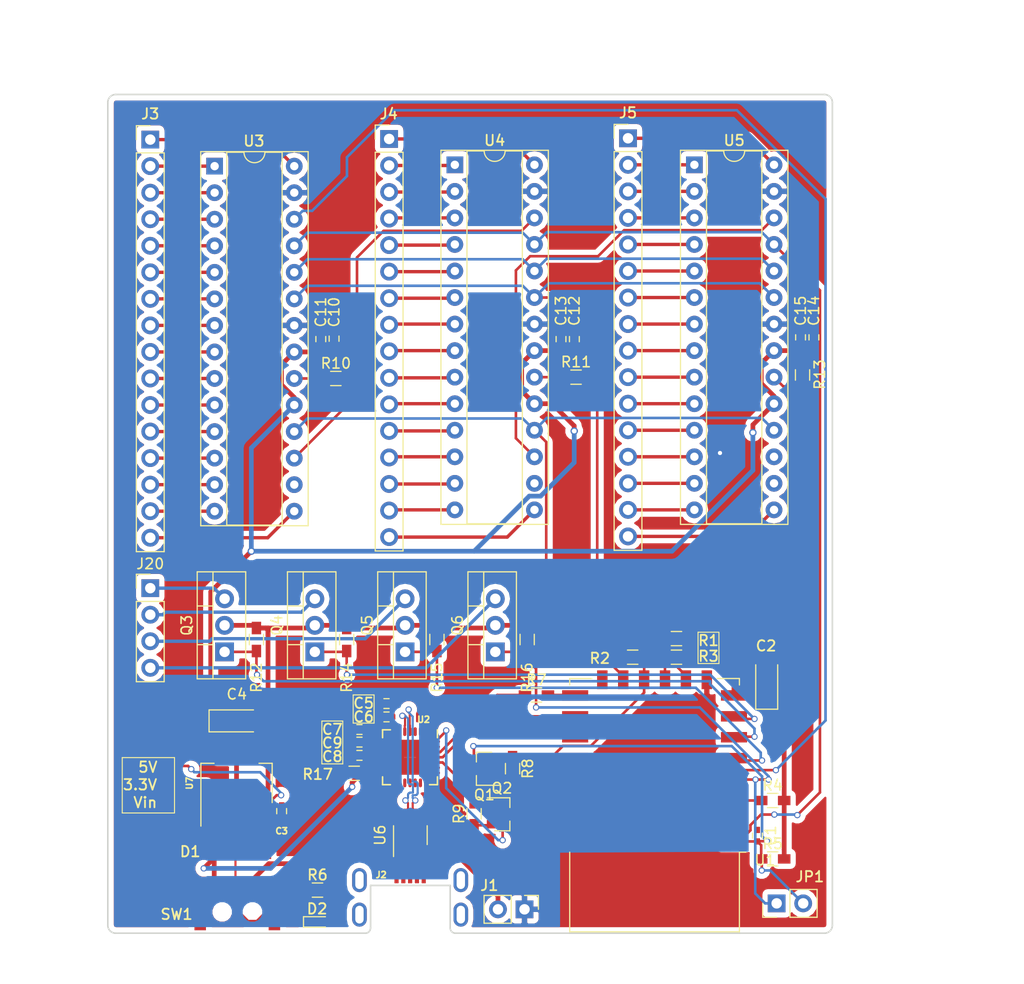
<source format=kicad_pcb>
(kicad_pcb (version 4) (host pcbnew 4.0.7)
  (layers (0 F.Cu signal) (31 B.Cu signal) (34 B.Paste user) (35 F.Paste user) (36 B.SilkS user) (37 F.SilkS user) (38 B.Mask user) (39 F.Mask user) (44 Edge.Cuts user))
  (net 0 "")
  (net 1 GND)
  (net 2 REST)
  (net 3 V3.3)
  (net 4 V5)
  (net 5 Vin)
  (net 6 "Net-(D2-Pad2)")
  (net 7 "Net-(J1-Pad2)")
  (net 8 "Net-(J2-Pad5)")
  (net 9 /R0)
  (net 10 /R1)
  (net 11 /R2)
  (net 12 /R3)
  (net 13 /R4)
  (net 14 /R5)
  (net 15 /R6)
  (net 16 /R7)
  (net 17 /R8)
  (net 18 /R9)
  (net 19 /R10)
  (net 20 /R11)
  (net 21 /R12)
  (net 22 /R13)
  (net 23 /R14)
  (net 24 /R15)
  (net 25 /G0)
  (net 26 /G1)
  (net 27 /G2)
  (net 28 /G3)
  (net 29 /G4)
  (net 30 /G5)
  (net 31 /G6)
  (net 32 /G7)
  (net 33 /G8)
  (net 34 /G9)
  (net 35 /G10)
  (net 36 /G11)
  (net 37 /G12)
  (net 38 /G13)
  (net 39 /G14)
  (net 40 /G15)
  (net 41 /B0)
  (net 42 /B1)
  (net 43 /B2)
  (net 44 /B3)
  (net 45 /B4)
  (net 46 /B5)
  (net 47 /B6)
  (net 48 /B7)
  (net 49 /B8)
  (net 50 /B9)
  (net 51 /B10)
  (net 52 /B11)
  (net 53 /B12)
  (net 54 /B13)
  (net 55 /B14)
  (net 56 /B15)
  (net 57 TXD)
  (net 58 RXD)
  (net 59 DTR)
  (net 60 RTS)
  (net 61 SCLK)
  (net 62 MOSI)
  (net 63 TLC_S2)
  (net 64 TLC_S3)
  (net 65 GPIO15)
  (net 66 BLANK)
  (net 67 GPIO16)
  (net 68 "Net-(Q1-Pad2)")
  (net 69 "Net-(Q2-Pad2)")
  (net 70 GPIO0)
  (net 71 GPIO12)
  (net 72 GPIO13)
  (net 73 GPIO14)
  (net 74 CH_PD)
  (net 75 "Net-(R7-Pad1)")
  (net 76 "Net-(R10-Pad1)")
  (net 77 "Net-(R11-Pad1)")
  (net 78 "Net-(R13-Pad1)")
  (net 79 "Net-(SW1-Pad1)")
  (net 80 GPIO4)
  (net 81 GPIO5)
  (net 82 GPIO9)
  (net 83 GPIO10)
  (net 84 ADC)
  (net 85 MISO)
  (net 86 CSO)
  (net 87 "Net-(U2-Pad1)")
  (net 88 "Net-(U2-Pad2)")
  (net 89 /USB_UART/D+)
  (net 90 /USB_UART/D-)
  (net 91 "Net-(U2-Pad9)")
  (net 92 "Net-(U2-Pad10)")
  (net 93 "Net-(U2-Pad12)")
  (net 94 "Net-(U2-Pad13)")
  (net 95 "Net-(U2-Pad14)")
  (net 96 "Net-(U2-Pad15)")
  (net 97 "Net-(U2-Pad16)")
  (net 98 "Net-(U2-Pad17)")
  (net 99 "Net-(U2-Pad18)")
  (net 100 "Net-(U2-Pad19)")
  (net 101 "Net-(U2-Pad20)")
  (net 102 "Net-(U2-Pad21)")
  (net 103 "Net-(U2-Pad22)")
  (net 104 "Net-(U2-Pad23)")
  (net 105 "Net-(U2-Pad27)")
  (net 106 "Net-(U3-Pad16)")
  (net 107 "Net-(U4-Pad16)")
  (net 108 "Net-(U5-Pad16)")
  (net 109 "Net-(U5-Pad17)")
  (net 110 /A0)
  (net 111 /A1)
  (net 112 /A2)
  (net 113 /A3)
  (net 114 "Net-(R17-Pad1)")
  (net 115 /D_pre+)
  (net 116 /D_pre-)
  (module TO_SOT_Packages_THT:TO-220-3_Vertical (layer F.Cu) (at 76.2 160.782 90)
    (fp_text reference Q6 (at 2.54 -3.62 90) (layer F.SilkS))
    (fp_text value IRF9540N)
    (pad 1 thru_hole rect (at 0 0 90) (size 1.8 1.8) (drill 1) (layers *.Cu *.Mask) (net 67 GPIO16))
    (pad 2 thru_hole oval (at 2.54 0 90) (size 1.8 1.8) (drill 1) (layers *.Cu *.Mask) (net 4 V5))
    (pad 3 thru_hole oval (at 5.08 0 90) (size 1.8 1.8) (drill 1) (layers *.Cu *.Mask) (net 113 /A3))
  )
  (module footprint:Micro_USB_Female_Ali (layer F.Cu) (at 68.048 187.676)
    (fp_text reference J2 (at -2.77 -5.558) (layer F.SilkS) (effects (font (size 0.6 0.6))))
    (fp_text value USB_B)
    (pad 5 thru_hole oval (at 4.85 -5.05) (size 1.4 2.3) (drill oval 0.8 1.7) (layers *.Cu *.Mask) (net 8 "Net-(J2-Pad5)"))
    (pad 5 thru_hole oval (at 4.85 -1.75) (size 1.4 2.3) (drill oval 0.8 1.7) (layers *.Cu *.Mask) (net 8 "Net-(J2-Pad5)"))
    (pad 5 thru_hole oval (at -4.85 -1.75) (size 1.4 2.3) (drill oval 0.8 1.7) (layers *.Cu *.Mask) (net 8 "Net-(J2-Pad5)"))
    (pad 4 smd rect (at 1.3 -5.275) (size 0.4 1.05) (layers F.Cu F.Paste F.Mask) (net 1 GND))
    (pad "" connect rect (at 0.65 -5.275) (size 0.4 1.05) (layers F.Cu F.Mask))
    (pad 3 smd rect (at 0 -5.275) (size 0.4 1.05) (layers F.Cu F.Paste F.Mask) (net 115 /D_pre+))
    (pad 2 smd rect (at -0.65 -5.275) (size 0.4 1.05) (layers F.Cu F.Paste F.Mask) (net 116 /D_pre-))
    (pad 1 smd rect (at -1.3 -5.275) (size 0.4 1.05) (layers F.Cu F.Paste F.Mask) (net 7 "Net-(J1-Pad2)"))
    (pad 5 thru_hole oval (at -4.85 -5.05) (size 1.4 2.3) (drill oval 0.8 1.7) (layers *.Cu *.Mask) (net 8 "Net-(J2-Pad5)"))
  )
  (module Capacitors_SMD:C_0402 (layer F.Cu) (at 101.2825 178.3715 270)
    (fp_text reference C1 (at 0 -1.27 270) (layer F.SilkS))
    (fp_text value 100nF)
    (pad 1 smd rect (at -0.55 0 270) (size 0.6 0.5) (layers F.Cu F.Paste F.Mask) (net 1 GND))
    (pad 2 smd rect (at 0.55 0 270) (size 0.6 0.5) (layers F.Cu F.Paste F.Mask) (net 2 REST))
  )
  (module Capacitors_Tantalum_SMD:CP_Tantalum_Case-A_EIA-3216-18_Reflow (layer F.Cu) (at 102.1715 163.6175 90)
    (fp_text reference C2 (at 3.407 -0.0635 180) (layer F.SilkS) (effects (font (thickness 0.17))))
    (fp_text value 22uF)
    (pad 1 smd rect (at -1.375 0 90) (size 1.95 1.5) (layers F.Cu F.Paste F.Mask) (net 3 V3.3))
    (pad 2 smd rect (at 1.375 0 90) (size 1.95 1.5) (layers F.Cu F.Paste F.Mask) (net 1 GND))
  )
  (module Capacitors_SMD:C_0402 (layer F.Cu) (at 55.753 176.022 90)
    (fp_text reference C3 (at -1.905 0 180) (layer F.SilkS) (effects (font (size 0.6 0.6))))
    (fp_text value 4.7uF)
    (pad 1 smd rect (at -0.55 0 90) (size 0.6 0.5) (layers F.Cu F.Paste F.Mask) (net 4 V5))
    (pad 2 smd rect (at 0.55 0 90) (size 0.6 0.5) (layers F.Cu F.Paste F.Mask) (net 1 GND))
  )
  (module Capacitors_Tantalum_SMD:CP_Tantalum_Case-A_EIA-3216-18_Reflow (layer F.Cu) (at 51.457 167.386)
    (fp_text reference C4 (at 0 -2.55) (layer F.SilkS))
    (fp_text value 22uF)
    (pad 1 smd rect (at -1.375 0) (size 1.95 1.5) (layers F.Cu F.Paste F.Mask) (net 3 V3.3))
    (pad 2 smd rect (at 1.375 0) (size 1.95 1.5) (layers F.Cu F.Paste F.Mask) (net 1 GND))
  )
  (module Capacitors_SMD:C_0402 (layer F.Cu) (at 65.786 165.7285 180)
    (fp_text reference C5 (at 2.186 0.0285 180) (layer F.SilkS) (effects (font (thickness 0.17))))
    (fp_text value 4.7Uf)
    (pad 1 smd rect (at -0.55 0 180) (size 0.6 0.5) (layers F.Cu F.Paste F.Mask) (net 3 V3.3))
    (pad 2 smd rect (at 0.55 0 180) (size 0.6 0.5) (layers F.Cu F.Paste F.Mask) (net 1 GND))
  )
  (module Capacitors_SMD:C_0402 (layer F.Cu) (at 65.786 167.005 180)
    (fp_text reference C6 (at 2.186 0.005 180) (layer F.SilkS) (effects (font (thickness 0.17))))
    (fp_text value 100nF)
    (pad 1 smd rect (at -0.55 0 180) (size 0.6 0.5) (layers F.Cu F.Paste F.Mask) (net 3 V3.3))
    (pad 2 smd rect (at 0.55 0 180) (size 0.6 0.5) (layers F.Cu F.Paste F.Mask) (net 1 GND))
  )
  (module Capacitors_SMD:C_0402 (layer F.Cu) (at 63.198 168.2115)
    (fp_text reference C7 (at -2.598 -0.0115) (layer F.SilkS) (effects (font (thickness 0.17))))
    (fp_text value 4.7uF)
    (pad 1 smd rect (at -0.55 0) (size 0.6 0.5) (layers F.Cu F.Paste F.Mask) (net 1 GND))
    (pad 2 smd rect (at 0.55 0) (size 0.6 0.5) (layers F.Cu F.Paste F.Mask) (net 3 V3.3))
  )
  (module Capacitors_SMD:C_0402 (layer F.Cu) (at 63.198 170.688)
    (fp_text reference C8 (at -2.598 0.112) (layer F.SilkS) (effects (font (thickness 0.17))))
    (fp_text value 4.7Uf)
    (pad 1 smd rect (at -0.55 0) (size 0.6 0.5) (layers F.Cu F.Paste F.Mask) (net 1 GND))
    (pad 2 smd rect (at 0.55 0) (size 0.6 0.5) (layers F.Cu F.Paste F.Mask) (net 5 Vin))
  )
  (module Capacitors_SMD:C_0402 (layer F.Cu) (at 63.198 169.418)
    (fp_text reference C9 (at -2.598 0.082) (layer F.SilkS) (effects (font (thickness 0.17))))
    (fp_text value 100nF)
    (pad 1 smd rect (at -0.55 0) (size 0.6 0.5) (layers F.Cu F.Paste F.Mask) (net 1 GND))
    (pad 2 smd rect (at 0.55 0) (size 0.6 0.5) (layers F.Cu F.Paste F.Mask) (net 5 Vin))
  )
  (module Capacitors_SMD:C_0402 (layer F.Cu) (at 60.7695 130.81 270)
    (fp_text reference C10 (at -2.54 0 270) (layer F.SilkS))
    (fp_text value 4.7uF)
    (pad 1 smd rect (at -0.55 0 270) (size 0.6 0.5) (layers F.Cu F.Paste F.Mask) (net 1 GND))
    (pad 2 smd rect (at 0.55 0 270) (size 0.6 0.5) (layers F.Cu F.Paste F.Mask) (net 3 V3.3))
  )
  (module Capacitors_SMD:C_0402 (layer F.Cu) (at 59.4995 130.85 270)
    (fp_text reference C11 (at -2.58 0 270) (layer F.SilkS))
    (fp_text value 100nF)
    (pad 1 smd rect (at -0.55 0 270) (size 0.6 0.5) (layers F.Cu F.Paste F.Mask) (net 1 GND))
    (pad 2 smd rect (at 0.55 0 270) (size 0.6 0.5) (layers F.Cu F.Paste F.Mask) (net 3 V3.3))
  )
  (module Capacitors_SMD:C_0402 (layer F.Cu) (at 83.7665 130.853 270)
    (fp_text reference C12 (at -2.71 0.01 270) (layer F.SilkS))
    (fp_text value 4.7uF)
    (pad 1 smd rect (at -0.55 0 270) (size 0.6 0.5) (layers F.Cu F.Paste F.Mask) (net 1 GND))
    (pad 2 smd rect (at 0.55 0 270) (size 0.6 0.5) (layers F.Cu F.Paste F.Mask) (net 3 V3.3))
  )
  (module Capacitors_SMD:C_0402 (layer F.Cu) (at 82.4865 130.853 270)
    (fp_text reference C13 (at -2.71 0 270) (layer F.SilkS))
    (fp_text value 100nF)
    (pad 1 smd rect (at -0.55 0 270) (size 0.6 0.5) (layers F.Cu F.Paste F.Mask) (net 1 GND))
    (pad 2 smd rect (at 0.55 0 270) (size 0.6 0.5) (layers F.Cu F.Paste F.Mask) (net 3 V3.3))
  )
  (module Capacitors_SMD:C_0402 (layer F.Cu) (at 106.69 130.683 270)
    (fp_text reference C14 (at -2.54 0.01 270) (layer F.SilkS))
    (fp_text value 4.7uF)
    (pad 1 smd rect (at -0.55 0 270) (size 0.6 0.5) (layers F.Cu F.Paste F.Mask) (net 1 GND))
    (pad 2 smd rect (at 0.55 0 270) (size 0.6 0.5) (layers F.Cu F.Paste F.Mask) (net 3 V3.3))
  )
  (module Capacitors_SMD:C_0402 (layer F.Cu) (at 105.41 130.683 270)
    (fp_text reference C15 (at -2.54 0 270) (layer F.SilkS))
    (fp_text value 100nF)
    (pad 1 smd rect (at -0.55 0 270) (size 0.6 0.5) (layers F.Cu F.Paste F.Mask) (net 1 GND))
    (pad 2 smd rect (at 0.55 0 270) (size 0.6 0.5) (layers F.Cu F.Paste F.Mask) (net 3 V3.3))
  )
  (module LEDs:LED_0603 (layer F.Cu) (at 59.144 186.6265)
    (fp_text reference D2 (at 0 -1.25) (layer F.SilkS) (effects (font (thickness 0.17))))
    (fp_text value Power_LED)
    (pad 2 smd rect (at 0.8 0 180) (size 0.8 0.8) (layers F.Cu F.Paste F.Mask) (net 6 "Net-(D2-Pad2)"))
    (pad 1 smd rect (at -0.8 0 180) (size 0.8 0.8) (layers F.Cu F.Paste F.Mask) (net 1 GND))
  )
  (module Pin_Headers:Pin_Header_Straight_1x02_Pitch2.54mm (layer F.Cu) (at 78.994 185.42 270)
    (fp_text reference J1 (at -2.286 3.3655 360) (layer F.SilkS) (effects (font (thickness 0.17))))
    (fp_text value Conn_01x02)
    (pad 1 thru_hole rect (at 0 0 270) (size 1.7 1.7) (drill 1) (layers *.Cu *.Mask) (net 1 GND))
    (pad 2 thru_hole oval (at 0 2.54 270) (size 1.7 1.7) (drill 1) (layers *.Cu *.Mask) (net 7 "Net-(J1-Pad2)"))
  )
  (module Pin_Headers:Pin_Header_Straight_1x16_Pitch2.54mm (layer F.Cu) (at 43.18 111.76)
    (fp_text reference J3 (at 0 -2.46) (layer F.SilkS) (effects (font (thickness 0.17))))
    (fp_text value RED_conn)
    (pad 1 thru_hole rect (at 0 0) (size 1.7 1.7) (drill 1) (layers *.Cu *.Mask) (net 9 /R0))
    (pad 2 thru_hole oval (at 0 2.54) (size 1.7 1.7) (drill 1) (layers *.Cu *.Mask) (net 10 /R1))
    (pad 3 thru_hole oval (at 0 5.08) (size 1.7 1.7) (drill 1) (layers *.Cu *.Mask) (net 11 /R2))
    (pad 4 thru_hole oval (at 0 7.62) (size 1.7 1.7) (drill 1) (layers *.Cu *.Mask) (net 12 /R3))
    (pad 5 thru_hole oval (at 0 10.16) (size 1.7 1.7) (drill 1) (layers *.Cu *.Mask) (net 13 /R4))
    (pad 6 thru_hole oval (at 0 12.7) (size 1.7 1.7) (drill 1) (layers *.Cu *.Mask) (net 14 /R5))
    (pad 7 thru_hole oval (at 0 15.24) (size 1.7 1.7) (drill 1) (layers *.Cu *.Mask) (net 15 /R6))
    (pad 8 thru_hole oval (at 0 17.78) (size 1.7 1.7) (drill 1) (layers *.Cu *.Mask) (net 16 /R7))
    (pad 9 thru_hole oval (at 0 20.32) (size 1.7 1.7) (drill 1) (layers *.Cu *.Mask) (net 17 /R8))
    (pad 10 thru_hole oval (at 0 22.86) (size 1.7 1.7) (drill 1) (layers *.Cu *.Mask) (net 18 /R9))
    (pad 11 thru_hole oval (at 0 25.4) (size 1.7 1.7) (drill 1) (layers *.Cu *.Mask) (net 19 /R10))
    (pad 12 thru_hole oval (at 0 27.94) (size 1.7 1.7) (drill 1) (layers *.Cu *.Mask) (net 20 /R11))
    (pad 13 thru_hole oval (at 0 30.48) (size 1.7 1.7) (drill 1) (layers *.Cu *.Mask) (net 21 /R12))
    (pad 14 thru_hole oval (at 0 33.02) (size 1.7 1.7) (drill 1) (layers *.Cu *.Mask) (net 22 /R13))
    (pad 15 thru_hole oval (at 0 35.56) (size 1.7 1.7) (drill 1) (layers *.Cu *.Mask) (net 23 /R14))
    (pad 16 thru_hole oval (at 0 38.1) (size 1.7 1.7) (drill 1) (layers *.Cu *.Mask) (net 24 /R15))
  )
  (module Pin_Headers:Pin_Header_Straight_1x16_Pitch2.54mm (layer F.Cu) (at 66.04 111.6965)
    (fp_text reference J4 (at -0.04 -2.3965) (layer F.SilkS) (effects (font (thickness 0.17))))
    (fp_text value GREEN_conn)
    (pad 1 thru_hole rect (at 0 0) (size 1.7 1.7) (drill 1) (layers *.Cu *.Mask) (net 25 /G0))
    (pad 2 thru_hole oval (at 0 2.54) (size 1.7 1.7) (drill 1) (layers *.Cu *.Mask) (net 26 /G1))
    (pad 3 thru_hole oval (at 0 5.08) (size 1.7 1.7) (drill 1) (layers *.Cu *.Mask) (net 27 /G2))
    (pad 4 thru_hole oval (at 0 7.62) (size 1.7 1.7) (drill 1) (layers *.Cu *.Mask) (net 28 /G3))
    (pad 5 thru_hole oval (at 0 10.16) (size 1.7 1.7) (drill 1) (layers *.Cu *.Mask) (net 29 /G4))
    (pad 6 thru_hole oval (at 0 12.7) (size 1.7 1.7) (drill 1) (layers *.Cu *.Mask) (net 30 /G5))
    (pad 7 thru_hole oval (at 0 15.24) (size 1.7 1.7) (drill 1) (layers *.Cu *.Mask) (net 31 /G6))
    (pad 8 thru_hole oval (at 0 17.78) (size 1.7 1.7) (drill 1) (layers *.Cu *.Mask) (net 32 /G7))
    (pad 9 thru_hole oval (at 0 20.32) (size 1.7 1.7) (drill 1) (layers *.Cu *.Mask) (net 33 /G8))
    (pad 10 thru_hole oval (at 0 22.86) (size 1.7 1.7) (drill 1) (layers *.Cu *.Mask) (net 34 /G9))
    (pad 11 thru_hole oval (at 0 25.4) (size 1.7 1.7) (drill 1) (layers *.Cu *.Mask) (net 35 /G10))
    (pad 12 thru_hole oval (at 0 27.94) (size 1.7 1.7) (drill 1) (layers *.Cu *.Mask) (net 36 /G11))
    (pad 13 thru_hole oval (at 0 30.48) (size 1.7 1.7) (drill 1) (layers *.Cu *.Mask) (net 37 /G12))
    (pad 14 thru_hole oval (at 0 33.02) (size 1.7 1.7) (drill 1) (layers *.Cu *.Mask) (net 38 /G13))
    (pad 15 thru_hole oval (at 0 35.56) (size 1.7 1.7) (drill 1) (layers *.Cu *.Mask) (net 39 /G14))
    (pad 16 thru_hole oval (at 0 38.1) (size 1.7 1.7) (drill 1) (layers *.Cu *.Mask) (net 40 /G15))
  )
  (module Pin_Headers:Pin_Header_Straight_1x16_Pitch2.54mm (layer F.Cu) (at 88.9 111.633)
    (fp_text reference J5 (at 0 -2.433) (layer F.SilkS) (effects (font (thickness 0.17))))
    (fp_text value BLUE_conn)
    (pad 1 thru_hole rect (at 0 0) (size 1.7 1.7) (drill 1) (layers *.Cu *.Mask) (net 41 /B0))
    (pad 2 thru_hole oval (at 0 2.54) (size 1.7 1.7) (drill 1) (layers *.Cu *.Mask) (net 42 /B1))
    (pad 3 thru_hole oval (at 0 5.08) (size 1.7 1.7) (drill 1) (layers *.Cu *.Mask) (net 43 /B2))
    (pad 4 thru_hole oval (at 0 7.62) (size 1.7 1.7) (drill 1) (layers *.Cu *.Mask) (net 44 /B3))
    (pad 5 thru_hole oval (at 0 10.16) (size 1.7 1.7) (drill 1) (layers *.Cu *.Mask) (net 45 /B4))
    (pad 6 thru_hole oval (at 0 12.7) (size 1.7 1.7) (drill 1) (layers *.Cu *.Mask) (net 46 /B5))
    (pad 7 thru_hole oval (at 0 15.24) (size 1.7 1.7) (drill 1) (layers *.Cu *.Mask) (net 47 /B6))
    (pad 8 thru_hole oval (at 0 17.78) (size 1.7 1.7) (drill 1) (layers *.Cu *.Mask) (net 48 /B7))
    (pad 9 thru_hole oval (at 0 20.32) (size 1.7 1.7) (drill 1) (layers *.Cu *.Mask) (net 49 /B8))
    (pad 10 thru_hole oval (at 0 22.86) (size 1.7 1.7) (drill 1) (layers *.Cu *.Mask) (net 50 /B9))
    (pad 11 thru_hole oval (at 0 25.4) (size 1.7 1.7) (drill 1) (layers *.Cu *.Mask) (net 51 /B10))
    (pad 12 thru_hole oval (at 0 27.94) (size 1.7 1.7) (drill 1) (layers *.Cu *.Mask) (net 52 /B11))
    (pad 13 thru_hole oval (at 0 30.48) (size 1.7 1.7) (drill 1) (layers *.Cu *.Mask) (net 53 /B12))
    (pad 14 thru_hole oval (at 0 33.02) (size 1.7 1.7) (drill 1) (layers *.Cu *.Mask) (net 54 /B13))
    (pad 15 thru_hole oval (at 0 35.56) (size 1.7 1.7) (drill 1) (layers *.Cu *.Mask) (net 55 /B14))
    (pad 16 thru_hole oval (at 0 38.1) (size 1.7 1.7) (drill 1) (layers *.Cu *.Mask) (net 56 /B15))
  )
  (module Measurement_Points:Measurement_Point_Round-SMD-Pad_Small (layer F.Cu) (at 44.597 175.1)
    (fp_text reference Vin (at -1.897 0.1) (layer F.SilkS) (effects (font (thickness 0.17))))
    (fp_text value TP_Vin)
    (pad 1 smd circle (at 0 0) (size 1 1) (layers F.Cu F.Mask) (net 5 Vin))
  )
  (module Measurement_Points:Measurement_Point_Round-SMD-Pad_Small (layer F.Cu) (at 44.6 171.7)
    (fp_text reference 5V (at -1.651 0.1143) (layer F.SilkS) (effects (font (thickness 0.17))))
    (fp_text value TP_V5)
    (pad 1 smd circle (at 0 0) (size 1 1) (layers F.Cu F.Mask) (net 4 V5))
  )
  (module Measurement_Points:Measurement_Point_Round-SMD-Pad_Small (layer F.Cu) (at 44.597 173.4)
    (fp_text reference 3.3V (at -2.397 0.1) (layer F.SilkS) (effects (font (thickness 0.17))))
    (fp_text value TP_V3.3)
    (pad 1 smd circle (at 0 0) (size 1 1) (layers F.Cu F.Mask) (net 3 V3.3))
  )
  (module Pin_Headers:Pin_Header_Straight_1x04_Pitch2.54mm (layer F.Cu) (at 43.18 154.686)
    (fp_text reference J20 (at 0 -2.33) (layer F.SilkS))
    (fp_text value ANODE_conn)
    (pad 1 thru_hole rect (at 0 0) (size 1.7 1.7) (drill 1) (layers *.Cu *.Mask) (net 110 /A0))
    (pad 2 thru_hole oval (at 0 2.54) (size 1.7 1.7) (drill 1) (layers *.Cu *.Mask) (net 111 /A1))
    (pad 3 thru_hole oval (at 0 5.08) (size 1.7 1.7) (drill 1) (layers *.Cu *.Mask) (net 112 /A2))
    (pad 4 thru_hole oval (at 0 7.62) (size 1.7 1.7) (drill 1) (layers *.Cu *.Mask) (net 113 /A3))
  )
  (module Pin_Headers:Pin_Header_Straight_1x02_Pitch2.54mm (layer F.Cu) (at 103.124 184.8485 90)
    (fp_text reference JP1 (at 2.5485 3.176 180) (layer F.SilkS) (effects (font (thickness 0.17))))
    (fp_text value Jumper)
    (pad 1 thru_hole rect (at 0 0 90) (size 1.7 1.7) (drill 1) (layers *.Cu *.Mask) (net 67 GPIO16))
    (pad 2 thru_hole oval (at 0 2.54 90) (size 1.7 1.7) (drill 1) (layers *.Cu *.Mask) (net 2 REST))
  )
  (module TO_SOT_Packages_THT:TO-220-3_Vertical (layer F.Cu) (at 50.292 160.782 90)
    (fp_text reference Q3 (at 2.54 -3.62 90) (layer F.SilkS))
    (fp_text value IRF9540N)
    (pad 1 thru_hole rect (at 0 0 90) (size 1.8 1.8) (drill 1) (layers *.Cu *.Mask) (net 71 GPIO12))
    (pad 2 thru_hole oval (at 2.54 0 90) (size 1.8 1.8) (drill 1) (layers *.Cu *.Mask) (net 4 V5))
    (pad 3 thru_hole oval (at 5.08 0 90) (size 1.8 1.8) (drill 1) (layers *.Cu *.Mask) (net 110 /A0))
  )
  (module TO_SOT_Packages_THT:TO-220-3_Vertical (layer F.Cu) (at 58.928 160.782 90)
    (fp_text reference Q4 (at 2.54 -3.62 90) (layer F.SilkS))
    (fp_text value IRF9540N)
    (pad 1 thru_hole rect (at 0 0 90) (size 1.8 1.8) (drill 1) (layers *.Cu *.Mask) (net 72 GPIO13))
    (pad 2 thru_hole oval (at 2.54 0 90) (size 1.8 1.8) (drill 1) (layers *.Cu *.Mask) (net 4 V5))
    (pad 3 thru_hole oval (at 5.08 0 90) (size 1.8 1.8) (drill 1) (layers *.Cu *.Mask) (net 111 /A1))
  )
  (module TO_SOT_Packages_THT:TO-220-3_Vertical (layer F.Cu) (at 67.564 160.782 90)
    (fp_text reference Q5 (at 2.54 -3.62 90) (layer F.SilkS))
    (fp_text value IRF9540N)
    (pad 1 thru_hole rect (at 0 0 90) (size 1.8 1.8) (drill 1) (layers *.Cu *.Mask) (net 73 GPIO14))
    (pad 2 thru_hole oval (at 2.54 0 90) (size 1.8 1.8) (drill 1) (layers *.Cu *.Mask) (net 4 V5))
    (pad 3 thru_hole oval (at 5.08 0 90) (size 1.8 1.8) (drill 1) (layers *.Cu *.Mask) (net 112 /A2))
  )
  (module Resistors_SMD:R_0603_HandSoldering (layer F.Cu) (at 93.5355 159.512 180)
    (fp_text reference R1 (at -3.0645 -0.188 180) (layer F.SilkS) (effects (font (thickness 0.17))))
    (fp_text value 12k)
    (pad 1 smd rect (at -1.1 0 180) (size 1.2 0.9) (layers F.Cu F.Paste F.Mask) (net 65 GPIO15))
    (pad 2 smd rect (at 1.1 0 180) (size 1.2 0.9) (layers F.Cu F.Paste F.Mask) (net 1 GND))
  )
  (module Resistors_SMD:R_0603_HandSoldering (layer F.Cu) (at 89.3445 161.29 180)
    (fp_text reference R2 (at 3.1445 -0.11 180) (layer F.SilkS) (effects (font (thickness 0.17))))
    (fp_text value 12k)
    (pad 1 smd rect (at -1.1 0 180) (size 1.2 0.9) (layers F.Cu F.Paste F.Mask) (net 70 GPIO0))
    (pad 2 smd rect (at 1.1 0 180) (size 1.2 0.9) (layers F.Cu F.Paste F.Mask) (net 3 V3.3))
  )
  (module Resistors_SMD:R_0603_HandSoldering (layer F.Cu) (at 93.5355 161.29)
    (fp_text reference R3 (at 3.0645 -0.09) (layer F.SilkS) (effects (font (thickness 0.17))))
    (fp_text value 12k)
    (pad 1 smd rect (at -1.1 0) (size 1.2 0.9) (layers F.Cu F.Paste F.Mask) (net 66 BLANK))
    (pad 2 smd rect (at 1.1 0) (size 1.2 0.9) (layers F.Cu F.Paste F.Mask) (net 3 V3.3))
  )
  (module Resistors_SMD:R_0603_HandSoldering (layer F.Cu) (at 102.743 175.006)
    (fp_text reference R4 (at 0 -1.45) (layer F.SilkS))
    (fp_text value 12k)
    (pad 1 smd rect (at -1.1 0) (size 1.2 0.9) (layers F.Cu F.Paste F.Mask) (net 74 CH_PD))
    (pad 2 smd rect (at 1.1 0) (size 1.2 0.9) (layers F.Cu F.Paste F.Mask) (net 3 V3.3))
  )
  (module Resistors_SMD:R_0603_HandSoldering (layer F.Cu) (at 102.743 180.594)
    (fp_text reference R5 (at 0 -1.45) (layer F.SilkS))
    (fp_text value 12k)
    (pad 1 smd rect (at -1.1 0) (size 1.2 0.9) (layers F.Cu F.Paste F.Mask) (net 2 REST))
    (pad 2 smd rect (at 1.1 0) (size 1.2 0.9) (layers F.Cu F.Paste F.Mask) (net 3 V3.3))
  )
  (module Resistors_SMD:R_0603_HandSoldering (layer F.Cu) (at 59.182 183.5785)
    (fp_text reference R6 (at 0 -1.45) (layer F.SilkS) (effects (font (thickness 0.17))))
    (fp_text value 200)
    (pad 1 smd rect (at -1.1 0) (size 1.2 0.9) (layers F.Cu F.Paste F.Mask) (net 3 V3.3))
    (pad 2 smd rect (at 1.1 0) (size 1.2 0.9) (layers F.Cu F.Paste F.Mask) (net 6 "Net-(D2-Pad2)"))
  )
  (module Resistors_SMD:R_0603_HandSoldering (layer F.Cu) (at 80.137 164.9095)
    (fp_text reference R7 (at 0 -1.45) (layer F.SilkS))
    (fp_text value 470)
    (pad 1 smd rect (at -1.1 0) (size 1.2 0.9) (layers F.Cu F.Paste F.Mask) (net 75 "Net-(R7-Pad1)"))
    (pad 2 smd rect (at 1.1 0) (size 1.2 0.9) (layers F.Cu F.Paste F.Mask) (net 57 TXD))
  )
  (module Resistors_SMD:R_0603_HandSoldering (layer F.Cu) (at 77.851 171.958 270)
    (fp_text reference R8 (at 0 -1.45 270) (layer F.SilkS))
    (fp_text value 12k)
    (pad 1 smd rect (at -1.1 0 270) (size 1.2 0.9) (layers F.Cu F.Paste F.Mask) (net 68 "Net-(Q1-Pad2)"))
    (pad 2 smd rect (at 1.1 0 270) (size 1.2 0.9) (layers F.Cu F.Paste F.Mask) (net 59 DTR))
  )
  (module Resistors_SMD:R_0603_HandSoldering (layer F.Cu) (at 74.168 176.276 90)
    (fp_text reference R9 (at 0 -1.45 90) (layer F.SilkS))
    (fp_text value 12k)
    (pad 1 smd rect (at -1.1 0 90) (size 1.2 0.9) (layers F.Cu F.Paste F.Mask) (net 69 "Net-(Q2-Pad2)"))
    (pad 2 smd rect (at 1.1 0 90) (size 1.2 0.9) (layers F.Cu F.Paste F.Mask) (net 60 RTS))
  )
  (module Resistors_SMD:R_0603_HandSoldering (layer F.Cu) (at 60.9395 134.62)
    (fp_text reference R10 (at 0 -1.45) (layer F.SilkS))
    (fp_text value 2K)
    (pad 1 smd rect (at -1.1 0) (size 1.2 0.9) (layers F.Cu F.Paste F.Mask) (net 76 "Net-(R10-Pad1)"))
    (pad 2 smd rect (at 1.1 0) (size 1.2 0.9) (layers F.Cu F.Paste F.Mask) (net 1 GND))
  )
  (module Resistors_SMD:R_0603_HandSoldering (layer F.Cu) (at 83.9265 134.493)
    (fp_text reference R11 (at 0 -1.45) (layer F.SilkS))
    (fp_text value 2K)
    (pad 1 smd rect (at -1.1 0) (size 1.2 0.9) (layers F.Cu F.Paste F.Mask) (net 77 "Net-(R11-Pad1)"))
    (pad 2 smd rect (at 1.1 0) (size 1.2 0.9) (layers F.Cu F.Paste F.Mask) (net 1 GND))
  )
  (module Resistors_SMD:R_0603_HandSoldering (layer F.Cu) (at 53.34 159.6 90)
    (fp_text reference R12 (at -3.64 0 90) (layer F.SilkS))
    (fp_text value 1K)
    (pad 1 smd rect (at -1.1 0 90) (size 1.2 0.9) (layers F.Cu F.Paste F.Mask) (net 71 GPIO12))
    (pad 2 smd rect (at 1.1 0 90) (size 1.2 0.9) (layers F.Cu F.Paste F.Mask) (net 4 V5))
  )
  (module Resistors_SMD:R_0603_HandSoldering (layer F.Cu) (at 105.6005 134.282 90)
    (fp_text reference R13 (at 0.043 1.651 90) (layer F.SilkS))
    (fp_text value 2K)
    (pad 1 smd rect (at -1.1 0 90) (size 1.2 0.9) (layers F.Cu F.Paste F.Mask) (net 78 "Net-(R13-Pad1)"))
    (pad 2 smd rect (at 1.1 0 90) (size 1.2 0.9) (layers F.Cu F.Paste F.Mask) (net 1 GND))
  )
  (module Resistors_SMD:R_0603_HandSoldering (layer F.Cu) (at 61.976 159.6 90)
    (fp_text reference R14 (at -3.64 0 90) (layer F.SilkS))
    (fp_text value 1K)
    (pad 1 smd rect (at -1.1 0 90) (size 1.2 0.9) (layers F.Cu F.Paste F.Mask) (net 72 GPIO13))
    (pad 2 smd rect (at 1.1 0 90) (size 1.2 0.9) (layers F.Cu F.Paste F.Mask) (net 4 V5))
  )
  (module Resistors_SMD:R_0603_HandSoldering (layer F.Cu) (at 70.612 159.6 90)
    (fp_text reference R15 (at -3.64 0 90) (layer F.SilkS))
    (fp_text value 1K)
    (pad 1 smd rect (at -1.1 0 90) (size 1.2 0.9) (layers F.Cu F.Paste F.Mask) (net 73 GPIO14))
    (pad 2 smd rect (at 1.1 0 90) (size 1.2 0.9) (layers F.Cu F.Paste F.Mask) (net 4 V5))
  )
  (module Resistors_SMD:R_0603_HandSoldering (layer F.Cu) (at 79.248 159.6 90)
    (fp_text reference R16 (at -3.64 0 90) (layer F.SilkS))
    (fp_text value 1K)
    (pad 1 smd rect (at -1.1 0 90) (size 1.2 0.9) (layers F.Cu F.Paste F.Mask) (net 67 GPIO16))
    (pad 2 smd rect (at 1.1 0 90) (size 1.2 0.9) (layers F.Cu F.Paste F.Mask) (net 4 V5))
  )
  (module Resistors_SMD:R_0603_HandSoldering (layer F.Cu) (at 62.695 172.4025 180)
    (fp_text reference R17 (at 3.495 -0.0975 180) (layer F.SilkS) (effects (font (thickness 0.17))))
    (fp_text value 12K)
    (pad 1 smd rect (at -1.1 0 180) (size 1.2 0.9) (layers F.Cu F.Paste F.Mask) (net 114 "Net-(R17-Pad1)"))
    (pad 2 smd rect (at 1.1 0 180) (size 1.2 0.9) (layers F.Cu F.Paste F.Mask) (net 1 GND))
  )
  (module footprint:Switch_1P2T_SPDT_Ali (layer F.Cu) (at 51.509 183.074 180)
    (fp_text reference SW1 (at 5.809 -2.826 180) (layer F.SilkS) (effects (font (thickness 0.17))))
    (fp_text value SW_SPDT)
    (pad "" np_thru_hole circle (at -1.45 -2.6 180) (size 0.85 0.85) (drill 0.85) (layers *.Cu *.Mask))
    (pad "" connect rect (at 3.75 -1.25 180) (size 1.1 0.8) (layers F.Cu F.Mask))
    (pad "" connect rect (at 3.55 -3.95 180) (size 1.1 0.8) (layers F.Cu F.Mask))
    (pad "" connect rect (at -3.55 -3.95 180) (size 1.1 0.8) (layers F.Cu F.Mask))
    (pad "" connect rect (at -3.75 -1.25 180) (size 1.1 0.8) (layers F.Cu F.Mask))
    (pad 1 smd rect (at -2.2 -0.75 180) (size 0.9 1.5) (layers F.Cu F.Paste F.Mask) (net 79 "Net-(SW1-Pad1)"))
    (pad 2 smd rect (at -0.7 -0.75 180) (size 0.9 1.5) (layers F.Cu F.Paste F.Mask) (net 7 "Net-(J1-Pad2)"))
    (pad 3 smd rect (at 2.2 -0.75 180) (size 0.9 1.5) (layers F.Cu F.Paste F.Mask) (net 5 Vin))
    (pad "" np_thru_hole circle (at 1.45 -2.6 180) (size 0.85 0.85) (drill 0.85) (layers *.Cu *.Mask))
  )
  (module RF_Modules:ESP-12E (layer F.Cu) (at 91.44 175.4505 180)
    (fp_text reference U1 (at -10.56 -5.26 180) (layer F.SilkS))
    (fp_text value ESP-12E)
    (pad 1 smd rect (at -7.6 -3.5 180) (size 2.5 1) (layers F.Cu F.Paste F.Mask) (net 2 REST))
    (pad 2 smd rect (at -7.6 -1.5 180) (size 2.5 1) (layers F.Cu F.Paste F.Mask) (net 84 ADC))
    (pad 3 smd rect (at -7.6 0.5 180) (size 2.5 1) (layers F.Cu F.Paste F.Mask) (net 74 CH_PD))
    (pad 4 smd rect (at -7.6 2.5 180) (size 2.5 1) (layers F.Cu F.Paste F.Mask) (net 67 GPIO16))
    (pad 5 smd rect (at -7.6 4.5 180) (size 2.5 1) (layers F.Cu F.Paste F.Mask) (net 73 GPIO14))
    (pad 6 smd rect (at -7.6 6.5 180) (size 2.5 1) (layers F.Cu F.Paste F.Mask) (net 71 GPIO12))
    (pad 7 smd rect (at -7.6 8.5 180) (size 2.5 1) (layers F.Cu F.Paste F.Mask) (net 72 GPIO13))
    (pad 8 smd rect (at -7.6 10.5 180) (size 2.5 1) (layers F.Cu F.Paste F.Mask) (net 3 V3.3))
    (pad 9 smd rect (at -5 12 180) (size 1 1.8) (layers F.Cu F.Paste F.Mask) (net 1 GND))
    (pad 10 smd rect (at -3 12 180) (size 1 1.8) (layers F.Cu F.Paste F.Mask) (net 65 GPIO15))
    (pad 11 smd rect (at -1 12 180) (size 1 1.8) (layers F.Cu F.Paste F.Mask) (net 66 BLANK))
    (pad 12 smd rect (at 1 12 180) (size 1 1.8) (layers F.Cu F.Paste F.Mask) (net 70 GPIO0))
    (pad 13 smd rect (at 3 12 180) (size 1 1.8) (layers F.Cu F.Paste F.Mask) (net 80 GPIO4))
    (pad 14 smd rect (at 5 12 180) (size 1 1.8) (layers F.Cu F.Paste F.Mask) (net 81 GPIO5))
    (pad 15 smd rect (at 7.6 10.5 180) (size 2.5 1) (layers F.Cu F.Paste F.Mask) (net 57 TXD))
    (pad 16 smd rect (at 7.6 8.5 180) (size 2.5 1) (layers F.Cu F.Paste F.Mask) (net 58 RXD))
    (pad 17 smd rect (at 7.6 6.5 180) (size 2.5 1) (layers F.Cu F.Paste F.Mask) (net 86 CSO))
    (pad 18 smd rect (at 7.6 4.5 180) (size 2.5 1) (layers F.Cu F.Paste F.Mask) (net 85 MISO))
    (pad 19 smd rect (at 7.6 2.5 180) (size 2.5 1) (layers F.Cu F.Paste F.Mask) (net 82 GPIO9))
    (pad 20 smd rect (at 7.6 0.5 180) (size 2.5 1) (layers F.Cu F.Paste F.Mask) (net 83 GPIO10))
    (pad 21 smd rect (at 7.6 -1.5 180) (size 2.5 1) (layers F.Cu F.Paste F.Mask) (net 62 MOSI))
    (pad 22 smd rect (at 7.6 -3.5 180) (size 2.5 1) (layers F.Cu F.Paste F.Mask) (net 61 SCLK))
  )
  (module Housings_DFN_QFN:QFN-28-1EP_5x5mm_Pitch0.5mm (layer F.Cu) (at 68.035 170.8665 270)
    (fp_text reference U2 (at -3.6075 -1.307 360) (layer F.SilkS) (effects (font (size 0.6 0.6))))
    (fp_text value CP2102)
    (pad 1 smd oval (at -2.45 -1.5 270) (size 0.85 0.3) (layers F.Cu F.Paste F.Mask) (net 87 "Net-(U2-Pad1)"))
    (pad 2 smd oval (at -2.45 -1 270) (size 0.85 0.3) (layers F.Cu F.Paste F.Mask) (net 88 "Net-(U2-Pad2)"))
    (pad 3 smd oval (at -2.45 -0.5 270) (size 0.85 0.3) (layers F.Cu F.Paste F.Mask) (net 1 GND))
    (pad 4 smd oval (at -2.45 0 270) (size 0.85 0.3) (layers F.Cu F.Paste F.Mask) (net 89 /USB_UART/D+))
    (pad 5 smd oval (at -2.45 0.5 270) (size 0.85 0.3) (layers F.Cu F.Paste F.Mask) (net 90 /USB_UART/D-))
    (pad 6 smd oval (at -2.45 1 270) (size 0.85 0.3) (layers F.Cu F.Paste F.Mask) (net 3 V3.3))
    (pad 7 smd oval (at -2.45 1.5 270) (size 0.85 0.3) (layers F.Cu F.Paste F.Mask) (net 3 V3.3))
    (pad 8 smd oval (at -1.5 2.45) (size 0.85 0.3) (layers F.Cu F.Paste F.Mask) (net 5 Vin))
    (pad 9 smd oval (at -1 2.45) (size 0.85 0.3) (layers F.Cu F.Paste F.Mask) (net 91 "Net-(U2-Pad9)"))
    (pad 10 smd oval (at -0.5 2.45) (size 0.85 0.3) (layers F.Cu F.Paste F.Mask) (net 92 "Net-(U2-Pad10)"))
    (pad 11 smd oval (at 0 2.45) (size 0.85 0.3) (layers F.Cu F.Paste F.Mask) (net 114 "Net-(R17-Pad1)"))
    (pad 12 smd oval (at 0.5 2.45) (size 0.85 0.3) (layers F.Cu F.Paste F.Mask) (net 93 "Net-(U2-Pad12)"))
    (pad 13 smd oval (at 1 2.45) (size 0.85 0.3) (layers F.Cu F.Paste F.Mask) (net 94 "Net-(U2-Pad13)"))
    (pad 14 smd oval (at 1.5 2.45) (size 0.85 0.3) (layers F.Cu F.Paste F.Mask) (net 95 "Net-(U2-Pad14)"))
    (pad 15 smd oval (at 2.45 1.5 270) (size 0.85 0.3) (layers F.Cu F.Paste F.Mask) (net 96 "Net-(U2-Pad15)"))
    (pad 16 smd oval (at 2.45 1 270) (size 0.85 0.3) (layers F.Cu F.Paste F.Mask) (net 97 "Net-(U2-Pad16)"))
    (pad 17 smd oval (at 2.45 0.5 270) (size 0.85 0.3) (layers F.Cu F.Paste F.Mask) (net 98 "Net-(U2-Pad17)"))
    (pad 18 smd oval (at 2.45 0 270) (size 0.85 0.3) (layers F.Cu F.Paste F.Mask) (net 99 "Net-(U2-Pad18)"))
    (pad 19 smd oval (at 2.45 -0.5 270) (size 0.85 0.3) (layers F.Cu F.Paste F.Mask) (net 100 "Net-(U2-Pad19)"))
    (pad 20 smd oval (at 2.45 -1 270) (size 0.85 0.3) (layers F.Cu F.Paste F.Mask) (net 101 "Net-(U2-Pad20)"))
    (pad 21 smd oval (at 2.45 -1.5 270) (size 0.85 0.3) (layers F.Cu F.Paste F.Mask) (net 102 "Net-(U2-Pad21)"))
    (pad 22 smd oval (at 1.5 -2.45) (size 0.85 0.3) (layers F.Cu F.Paste F.Mask) (net 103 "Net-(U2-Pad22)"))
    (pad 23 smd oval (at 1 -2.45) (size 0.85 0.3) (layers F.Cu F.Paste F.Mask) (net 104 "Net-(U2-Pad23)"))
    (pad 24 smd oval (at 0.5 -2.45) (size 0.85 0.3) (layers F.Cu F.Paste F.Mask) (net 60 RTS))
    (pad 25 smd oval (at 0 -2.45) (size 0.85 0.3) (layers F.Cu F.Paste F.Mask) (net 58 RXD))
    (pad 26 smd oval (at -0.5 -2.45) (size 0.85 0.3) (layers F.Cu F.Paste F.Mask) (net 75 "Net-(R7-Pad1)"))
    (pad 27 smd oval (at -1 -2.45) (size 0.85 0.3) (layers F.Cu F.Paste F.Mask) (net 105 "Net-(U2-Pad27)"))
    (pad 28 smd oval (at -1.5 -2.45) (size 0.85 0.3) (layers F.Cu F.Paste F.Mask) (net 59 DTR))
    (pad 29 smd rect (at 0.8375 0.8375 270) (size 1.675 1.675) (layers F.Cu F.Paste F.Mask) (net 1 GND))
    (pad 29 smd rect (at 0.8375 -0.8375 270) (size 1.675 1.675) (layers F.Cu F.Paste F.Mask) (net 1 GND))
    (pad 29 smd rect (at -0.8375 0.8375 270) (size 1.675 1.675) (layers F.Cu F.Paste F.Mask) (net 1 GND))
    (pad 29 smd rect (at -0.8375 -0.8375 270) (size 1.675 1.675) (layers F.Cu F.Paste F.Mask) (net 1 GND))
  )
  (module Housings_DIP:DIP-28_W7.62mm_Socket (layer F.Cu) (at 49.3395 114.3)
    (fp_text reference U3 (at 3.7605 -2.4) (layer F.SilkS) (effects (font (thickness 0.17))))
    (fp_text value TLC5940NT)
    (pad 1 thru_hole rect (at 0 0) (size 1.6 1.6) (drill 0.8) (layers *.Cu *.Mask) (net 10 /R1))
    (pad 15 thru_hole oval (at 7.62 33.02) (size 1.6 1.6) (drill 0.8) (layers *.Cu *.Mask) (net 24 /R15))
    (pad 2 thru_hole oval (at 0 2.54) (size 1.6 1.6) (drill 0.8) (layers *.Cu *.Mask) (net 11 /R2))
    (pad 16 thru_hole oval (at 7.62 30.48) (size 1.6 1.6) (drill 0.8) (layers *.Cu *.Mask) (net 106 "Net-(U3-Pad16)"))
    (pad 3 thru_hole oval (at 0 5.08) (size 1.6 1.6) (drill 0.8) (layers *.Cu *.Mask) (net 12 /R3))
    (pad 17 thru_hole oval (at 7.62 27.94) (size 1.6 1.6) (drill 0.8) (layers *.Cu *.Mask) (net 63 TLC_S2))
    (pad 4 thru_hole oval (at 0 7.62) (size 1.6 1.6) (drill 0.8) (layers *.Cu *.Mask) (net 13 /R4))
    (pad 18 thru_hole oval (at 7.62 25.4) (size 1.6 1.6) (drill 0.8) (layers *.Cu *.Mask) (net 80 GPIO4))
    (pad 5 thru_hole oval (at 0 10.16) (size 1.6 1.6) (drill 0.8) (layers *.Cu *.Mask) (net 14 /R5))
    (pad 19 thru_hole oval (at 7.62 22.86) (size 1.6 1.6) (drill 0.8) (layers *.Cu *.Mask) (net 3 V3.3))
    (pad 6 thru_hole oval (at 0 12.7) (size 1.6 1.6) (drill 0.8) (layers *.Cu *.Mask) (net 15 /R6))
    (pad 20 thru_hole oval (at 7.62 20.32) (size 1.6 1.6) (drill 0.8) (layers *.Cu *.Mask) (net 76 "Net-(R10-Pad1)"))
    (pad 7 thru_hole oval (at 0 15.24) (size 1.6 1.6) (drill 0.8) (layers *.Cu *.Mask) (net 16 /R7))
    (pad 21 thru_hole oval (at 7.62 17.78) (size 1.6 1.6) (drill 0.8) (layers *.Cu *.Mask) (net 3 V3.3))
    (pad 8 thru_hole oval (at 0 17.78) (size 1.6 1.6) (drill 0.8) (layers *.Cu *.Mask) (net 17 /R8))
    (pad 22 thru_hole oval (at 7.62 15.24) (size 1.6 1.6) (drill 0.8) (layers *.Cu *.Mask) (net 1 GND))
    (pad 9 thru_hole oval (at 0 20.32) (size 1.6 1.6) (drill 0.8) (layers *.Cu *.Mask) (net 18 /R9))
    (pad 23 thru_hole oval (at 7.62 12.7) (size 1.6 1.6) (drill 0.8) (layers *.Cu *.Mask) (net 66 BLANK))
    (pad 10 thru_hole oval (at 0 22.86) (size 1.6 1.6) (drill 0.8) (layers *.Cu *.Mask) (net 19 /R10))
    (pad 24 thru_hole oval (at 7.62 10.16) (size 1.6 1.6) (drill 0.8) (layers *.Cu *.Mask) (net 65 GPIO15))
    (pad 11 thru_hole oval (at 0 25.4) (size 1.6 1.6) (drill 0.8) (layers *.Cu *.Mask) (net 20 /R11))
    (pad 25 thru_hole oval (at 7.62 7.62) (size 1.6 1.6) (drill 0.8) (layers *.Cu *.Mask) (net 61 SCLK))
    (pad 12 thru_hole oval (at 0 27.94) (size 1.6 1.6) (drill 0.8) (layers *.Cu *.Mask) (net 21 /R12))
    (pad 26 thru_hole oval (at 7.62 5.08) (size 1.6 1.6) (drill 0.8) (layers *.Cu *.Mask) (net 62 MOSI))
    (pad 13 thru_hole oval (at 0 30.48) (size 1.6 1.6) (drill 0.8) (layers *.Cu *.Mask) (net 22 /R13))
    (pad 27 thru_hole oval (at 7.62 2.54) (size 1.6 1.6) (drill 0.8) (layers *.Cu *.Mask) (net 1 GND))
    (pad 14 thru_hole oval (at 0 33.02) (size 1.6 1.6) (drill 0.8) (layers *.Cu *.Mask) (net 23 /R14))
    (pad 28 thru_hole oval (at 7.62 0) (size 1.6 1.6) (drill 0.8) (layers *.Cu *.Mask) (net 9 /R0))
  )
  (module Housings_DIP:DIP-28_W7.62mm_Socket (layer F.Cu) (at 72.3265 114.173)
    (fp_text reference U4 (at 3.81 -2.33) (layer F.SilkS) (effects (font (thickness 0.17))))
    (fp_text value TLC5940NT)
    (pad 1 thru_hole rect (at 0 0) (size 1.6 1.6) (drill 0.8) (layers *.Cu *.Mask) (net 26 /G1))
    (pad 15 thru_hole oval (at 7.62 33.02) (size 1.6 1.6) (drill 0.8) (layers *.Cu *.Mask) (net 40 /G15))
    (pad 2 thru_hole oval (at 0 2.54) (size 1.6 1.6) (drill 0.8) (layers *.Cu *.Mask) (net 27 /G2))
    (pad 16 thru_hole oval (at 7.62 30.48) (size 1.6 1.6) (drill 0.8) (layers *.Cu *.Mask) (net 107 "Net-(U4-Pad16)"))
    (pad 3 thru_hole oval (at 0 5.08) (size 1.6 1.6) (drill 0.8) (layers *.Cu *.Mask) (net 28 /G3))
    (pad 17 thru_hole oval (at 7.62 27.94) (size 1.6 1.6) (drill 0.8) (layers *.Cu *.Mask) (net 64 TLC_S3))
    (pad 4 thru_hole oval (at 0 7.62) (size 1.6 1.6) (drill 0.8) (layers *.Cu *.Mask) (net 29 /G4))
    (pad 18 thru_hole oval (at 7.62 25.4) (size 1.6 1.6) (drill 0.8) (layers *.Cu *.Mask) (net 80 GPIO4))
    (pad 5 thru_hole oval (at 0 10.16) (size 1.6 1.6) (drill 0.8) (layers *.Cu *.Mask) (net 30 /G5))
    (pad 19 thru_hole oval (at 7.62 22.86) (size 1.6 1.6) (drill 0.8) (layers *.Cu *.Mask) (net 3 V3.3))
    (pad 6 thru_hole oval (at 0 12.7) (size 1.6 1.6) (drill 0.8) (layers *.Cu *.Mask) (net 31 /G6))
    (pad 20 thru_hole oval (at 7.62 20.32) (size 1.6 1.6) (drill 0.8) (layers *.Cu *.Mask) (net 77 "Net-(R11-Pad1)"))
    (pad 7 thru_hole oval (at 0 15.24) (size 1.6 1.6) (drill 0.8) (layers *.Cu *.Mask) (net 32 /G7))
    (pad 21 thru_hole oval (at 7.62 17.78) (size 1.6 1.6) (drill 0.8) (layers *.Cu *.Mask) (net 3 V3.3))
    (pad 8 thru_hole oval (at 0 17.78) (size 1.6 1.6) (drill 0.8) (layers *.Cu *.Mask) (net 33 /G8))
    (pad 22 thru_hole oval (at 7.62 15.24) (size 1.6 1.6) (drill 0.8) (layers *.Cu *.Mask) (net 1 GND))
    (pad 9 thru_hole oval (at 0 20.32) (size 1.6 1.6) (drill 0.8) (layers *.Cu *.Mask) (net 34 /G9))
    (pad 23 thru_hole oval (at 7.62 12.7) (size 1.6 1.6) (drill 0.8) (layers *.Cu *.Mask) (net 66 BLANK))
    (pad 10 thru_hole oval (at 0 22.86) (size 1.6 1.6) (drill 0.8) (layers *.Cu *.Mask) (net 35 /G10))
    (pad 24 thru_hole oval (at 7.62 10.16) (size 1.6 1.6) (drill 0.8) (layers *.Cu *.Mask) (net 65 GPIO15))
    (pad 11 thru_hole oval (at 0 25.4) (size 1.6 1.6) (drill 0.8) (layers *.Cu *.Mask) (net 36 /G11))
    (pad 25 thru_hole oval (at 7.62 7.62) (size 1.6 1.6) (drill 0.8) (layers *.Cu *.Mask) (net 61 SCLK))
    (pad 12 thru_hole oval (at 0 27.94) (size 1.6 1.6) (drill 0.8) (layers *.Cu *.Mask) (net 37 /G12))
    (pad 26 thru_hole oval (at 7.62 5.08) (size 1.6 1.6) (drill 0.8) (layers *.Cu *.Mask) (net 63 TLC_S2))
    (pad 13 thru_hole oval (at 0 30.48) (size 1.6 1.6) (drill 0.8) (layers *.Cu *.Mask) (net 38 /G13))
    (pad 27 thru_hole oval (at 7.62 2.54) (size 1.6 1.6) (drill 0.8) (layers *.Cu *.Mask) (net 1 GND))
    (pad 14 thru_hole oval (at 0 33.02) (size 1.6 1.6) (drill 0.8) (layers *.Cu *.Mask) (net 39 /G14))
    (pad 28 thru_hole oval (at 7.62 0) (size 1.6 1.6) (drill 0.8) (layers *.Cu *.Mask) (net 25 /G0))
  )
  (module Housings_DIP:DIP-28_W7.62mm_Socket (layer F.Cu) (at 95.25 114.173)
    (fp_text reference U5 (at 3.81 -2.33) (layer F.SilkS) (effects (font (thickness 0.17))))
    (fp_text value TLC5940NT)
    (pad 1 thru_hole rect (at 0 0) (size 1.6 1.6) (drill 0.8) (layers *.Cu *.Mask) (net 42 /B1))
    (pad 15 thru_hole oval (at 7.62 33.02) (size 1.6 1.6) (drill 0.8) (layers *.Cu *.Mask) (net 56 /B15))
    (pad 2 thru_hole oval (at 0 2.54) (size 1.6 1.6) (drill 0.8) (layers *.Cu *.Mask) (net 43 /B2))
    (pad 16 thru_hole oval (at 7.62 30.48) (size 1.6 1.6) (drill 0.8) (layers *.Cu *.Mask) (net 108 "Net-(U5-Pad16)"))
    (pad 3 thru_hole oval (at 0 5.08) (size 1.6 1.6) (drill 0.8) (layers *.Cu *.Mask) (net 44 /B3))
    (pad 17 thru_hole oval (at 7.62 27.94) (size 1.6 1.6) (drill 0.8) (layers *.Cu *.Mask) (net 109 "Net-(U5-Pad17)"))
    (pad 4 thru_hole oval (at 0 7.62) (size 1.6 1.6) (drill 0.8) (layers *.Cu *.Mask) (net 45 /B4))
    (pad 18 thru_hole oval (at 7.62 25.4) (size 1.6 1.6) (drill 0.8) (layers *.Cu *.Mask) (net 80 GPIO4))
    (pad 5 thru_hole oval (at 0 10.16) (size 1.6 1.6) (drill 0.8) (layers *.Cu *.Mask) (net 46 /B5))
    (pad 19 thru_hole oval (at 7.62 22.86) (size 1.6 1.6) (drill 0.8) (layers *.Cu *.Mask) (net 3 V3.3))
    (pad 6 thru_hole oval (at 0 12.7) (size 1.6 1.6) (drill 0.8) (layers *.Cu *.Mask) (net 47 /B6))
    (pad 20 thru_hole oval (at 7.62 20.32) (size 1.6 1.6) (drill 0.8) (layers *.Cu *.Mask) (net 78 "Net-(R13-Pad1)"))
    (pad 7 thru_hole oval (at 0 15.24) (size 1.6 1.6) (drill 0.8) (layers *.Cu *.Mask) (net 48 /B7))
    (pad 21 thru_hole oval (at 7.62 17.78) (size 1.6 1.6) (drill 0.8) (layers *.Cu *.Mask) (net 3 V3.3))
    (pad 8 thru_hole oval (at 0 17.78) (size 1.6 1.6) (drill 0.8) (layers *.Cu *.Mask) (net 49 /B8))
    (pad 22 thru_hole oval (at 7.62 15.24) (size 1.6 1.6) (drill 0.8) (layers *.Cu *.Mask) (net 1 GND))
    (pad 9 thru_hole oval (at 0 20.32) (size 1.6 1.6) (drill 0.8) (layers *.Cu *.Mask) (net 50 /B9))
    (pad 23 thru_hole oval (at 7.62 12.7) (size 1.6 1.6) (drill 0.8) (layers *.Cu *.Mask) (net 66 BLANK))
    (pad 10 thru_hole oval (at 0 22.86) (size 1.6 1.6) (drill 0.8) (layers *.Cu *.Mask) (net 51 /B10))
    (pad 24 thru_hole oval (at 7.62 10.16) (size 1.6 1.6) (drill 0.8) (layers *.Cu *.Mask) (net 65 GPIO15))
    (pad 11 thru_hole oval (at 0 25.4) (size 1.6 1.6) (drill 0.8) (layers *.Cu *.Mask) (net 52 /B11))
    (pad 25 thru_hole oval (at 7.62 7.62) (size 1.6 1.6) (drill 0.8) (layers *.Cu *.Mask) (net 61 SCLK))
    (pad 12 thru_hole oval (at 0 27.94) (size 1.6 1.6) (drill 0.8) (layers *.Cu *.Mask) (net 53 /B12))
    (pad 26 thru_hole oval (at 7.62 5.08) (size 1.6 1.6) (drill 0.8) (layers *.Cu *.Mask) (net 64 TLC_S3))
    (pad 13 thru_hole oval (at 0 30.48) (size 1.6 1.6) (drill 0.8) (layers *.Cu *.Mask) (net 54 /B13))
    (pad 27 thru_hole oval (at 7.62 2.54) (size 1.6 1.6) (drill 0.8) (layers *.Cu *.Mask) (net 1 GND))
    (pad 14 thru_hole oval (at 0 33.02) (size 1.6 1.6) (drill 0.8) (layers *.Cu *.Mask) (net 55 /B14))
    (pad 28 thru_hole oval (at 7.62 0) (size 1.6 1.6) (drill 0.8) (layers *.Cu *.Mask) (net 41 /B0))
  )
  (module TO_SOT_Packages_SMD:SOT-23-6_Handsoldering (layer F.Cu) (at 68.07 178.32 90)
    (fp_text reference U6 (at 0 -2.9 90) (layer F.SilkS))
    (fp_text value USBLC6)
    (pad 1 smd rect (at -1.35 -0.95 90) (size 1.56 0.65) (layers F.Cu F.Paste F.Mask) (net 116 /D_pre-))
    (pad 2 smd rect (at -1.35 0 90) (size 1.56 0.65) (layers F.Cu F.Paste F.Mask) (net 1 GND))
    (pad 3 smd rect (at -1.35 0.95 90) (size 1.56 0.65) (layers F.Cu F.Paste F.Mask) (net 115 /D_pre+))
    (pad 4 smd rect (at 1.35 0.95 90) (size 1.56 0.65) (layers F.Cu F.Paste F.Mask) (net 89 /USB_UART/D+))
    (pad 6 smd rect (at 1.35 -0.95 90) (size 1.56 0.65) (layers F.Cu F.Paste F.Mask) (net 90 /USB_UART/D-))
    (pad 5 smd rect (at 1.35 0 90) (size 1.56 0.65) (layers F.Cu F.Paste F.Mask) (net 7 "Net-(J1-Pad2)"))
  )
  (module TO_SOT_Packages_SMD:SOT-223-3_TabPin2 (layer F.Cu) (at 51.435 173.355 90)
    (fp_text reference U7 (at 0 -4.5 90) (layer F.SilkS) (effects (font (size 0.6 0.6))))
    (fp_text value LM1117-3.3)
    (pad 2 smd rect (at 3.15 0 90) (size 2 3.8) (layers F.Cu F.Paste F.Mask) (net 3 V3.3))
    (pad 2 smd rect (at -3.15 0 90) (size 2 1.5) (layers F.Cu F.Paste F.Mask) (net 3 V3.3))
    (pad 3 smd rect (at -3.15 2.3 90) (size 2 1.5) (layers F.Cu F.Paste F.Mask) (net 4 V5))
    (pad 1 smd rect (at -3.15 -2.3 90) (size 2 1.5) (layers F.Cu F.Paste F.Mask) (net 1 GND))
  )
  (module TO_SOT_Packages_SMD:SOT-23 (layer F.Cu) (at 75.1492 171.9682 180)
    (fp_text reference Q1 (at 0 -2.5 180) (layer F.SilkS))
    (fp_text value S8050)
    (pad 1 smd rect (at -1 -0.95 180) (size 0.9 0.8) (layers F.Cu F.Paste F.Mask) (net 60 RTS))
    (pad 2 smd rect (at -1 0.95 180) (size 0.9 0.8) (layers F.Cu F.Paste F.Mask) (net 68 "Net-(Q1-Pad2)"))
    (pad 3 smd rect (at 1 0 180) (size 0.9 0.8) (layers F.Cu F.Paste F.Mask) (net 2 REST))
  )
  (module TO_SOT_Packages_SMD:SOT-23 (layer F.Cu) (at 76.835 176.3268)
    (fp_text reference Q2 (at 0 -2.5) (layer F.SilkS))
    (fp_text value S8050)
    (pad 1 smd rect (at -1 -0.95) (size 0.9 0.8) (layers F.Cu F.Paste F.Mask) (net 59 DTR))
    (pad 2 smd rect (at -1 0.95) (size 0.9 0.8) (layers F.Cu F.Paste F.Mask) (net 69 "Net-(Q2-Pad2)"))
    (pad 3 smd rect (at 1 0) (size 0.9 0.8) (layers F.Cu F.Paste F.Mask) (net 70 GPIO0))
  )
  (module Ext:DO-214AC (layer F.Cu) (at 51.4985 179.705 180)
    (fp_text reference D1)
    (fp_text value 1N5819-SS14)
    (pad 1 smd rect (at -2.19964 0 180) (size 2.10058 1.80086) (layers F.Cu F.Paste F.Mask) (net 4 V5))
    (pad 2 smd rect (at 2.19964 0 180) (size 2.10058 1.80086) (layers F.Cu F.Paste F.Mask) (net 5 Vin))
  )
  (gr_text D1 (at 47 179.9) (layer F.SilkS) (effects (font (size 1 1) (thickness 0.17))))
  (gr_line (start 95.6 158.9) (end 95.6 161.9) (layer F.SilkS) (width 0.1))
  (gr_line (start 97.6 158.941) (end 97.6 161.9) (layer F.SilkS) (width 0.1))
  (gr_line (start 97.6 161.9) (end 95.6 161.9) (layer F.SilkS) (width 0.1))
  (gr_line (start 97.6 158.9) (end 95.6 158.9) (layer F.SilkS) (width 0.1))
  (gr_line (start 64.6 164.9) (end 64.6 167.6) (layer F.SilkS) (width 0.1))
  (gr_line (start 64.6 167.6) (end 62.603 167.6) (layer F.SilkS) (width 0.1))
  (gr_line (start 62.6 167.6) (end 62.6 164.9) (layer F.SilkS) (width 0.1))
  (gr_line (start 62.6 164.9) (end 64.6 164.9) (layer F.SilkS) (width 0.1))
  (gr_line (start 61.6 171.5) (end 59.603 171.5) (layer F.SilkS) (width 0.1))
  (gr_line (start 59.6 171.5) (end 59.6 167.4) (layer F.SilkS) (width 0.1))
  (gr_line (start 61.6 171.5) (end 61.6 167.4) (layer F.SilkS) (width 0.1))
  (gr_line (start 59.603 167.4) (end 61.6 167.4) (layer F.SilkS) (width 0.1))
  (gr_line (start 40.5 176.2) (end 40.5 170.9) (layer F.SilkS) (width 0.1))
  (gr_line (start 45.5 176.2) (end 40.5 176.2) (layer F.SilkS) (width 0.1))
  (gr_line (start 45.5 170.9) (end 45.5 176.2) (layer F.SilkS) (width 0.1))
  (gr_line (start 40.5 170.9) (end 45.5 170.9) (layer F.SilkS) (width 0.1))
  (gr_arc (start 107.696 108.204) (end 107.696 107.442) (angle 90) (layer Edge.Cuts) (width 0.15))
  (gr_line (start 39.878 107.442) (end 107.696 107.442) (layer Edge.Cuts) (width 0.15))
  (gr_line (start 108.458 186.944) (end 108.458 108.204) (layer Edge.Cuts) (width 0.15))
  (gr_arc (start 39.878 108.204) (end 39.116 108.204) (angle 90) (layer Edge.Cuts) (width 0.15))
  (gr_line (start 39.116 186.944) (end 39.116 108.204) (layer Edge.Cuts) (width 0.15))
  (gr_arc (start 107.696 186.944) (end 108.458 186.944) (angle 90) (layer Edge.Cuts) (width 0.15))
  (gr_arc (start 39.878 186.944) (end 39.878 187.706) (angle 90) (layer Edge.Cuts) (width 0.15))
  (gr_line (start 72.39 187.706) (end 107.696 187.706) (layer Edge.Cuts) (width 0.15))
  (gr_line (start 63.754 187.706) (end 39.878 187.706) (layer Edge.Cuts) (width 0.15))
  (gr_arc (start 72.39 187.198) (end 72.39 187.706) (angle 90) (layer Edge.Cuts) (width 0.15))
  (gr_line (start 71.882 183.134) (end 71.882 187.198) (layer Edge.Cuts) (width 0.15))
  (gr_line (start 64.262 183.134) (end 71.882 183.134) (layer Edge.Cuts) (width 0.15))
  (gr_line (start 64.262 187.198) (end 64.262 183.134) (layer Edge.Cuts) (width 0.15))
  (gr_arc (start 63.754 187.198) (end 64.262 187.198) (angle 90) (layer Edge.Cuts) (width 0.15))
  (via (at 97.7 141.75) (size 0.6) (drill 0.4) (layers F.Cu B.Cu) (net 0))
  (segment (start 102.2 178.9) (end 101.304 178.9) (width 0.25) (layer F.Cu) (net 2))
  (segment (start 101.304 178.9) (end 101.2825 178.9215) (width 0.25) (layer F.Cu) (net 2))
  (segment (start 101.725001 172.699999) (end 101.725001 178.425001) (width 0.25) (layer B.Cu) (net 2))
  (segment (start 101.725001 178.425001) (end 102.2 178.9) (width 0.25) (layer B.Cu) (net 2))
  (via (at 102.2 178.9) (size 0.6) (drill 0.4) (layers F.Cu B.Cu) (net 2))
  (segment (start 74.1 169.8) (end 98.825002 169.8) (width 0.25) (layer B.Cu) (net 2))
  (segment (start 98.825002 169.8) (end 101.725001 172.699999) (width 0.25) (layer B.Cu) (net 2))
  (segment (start 74.1492 171.9682) (end 74.1492 169.8492) (width 0.25) (layer F.Cu) (net 2))
  (segment (start 74.1492 169.8492) (end 74.1 169.8) (width 0.25) (layer F.Cu) (net 2))
  (via (at 74.1 169.8) (size 0.6) (drill 0.4) (layers F.Cu B.Cu) (net 2))
  (segment (start 101.2825 178.9215) (end 99.069 178.9215) (width 0.25) (layer F.Cu) (net 2))
  (segment (start 99.069 178.9215) (end 99.04 178.9505) (width 0.25) (layer F.Cu) (net 2))
  (segment (start 101.643 180.594) (end 101.643 179.282) (width 0.25) (layer F.Cu) (net 2))
  (segment (start 101.643 179.282) (end 101.2825 178.9215) (width 0.25) (layer F.Cu) (net 2))
  (segment (start 101.7 181.7) (end 101.7 180.651) (width 0.25) (layer F.Cu) (net 2))
  (segment (start 101.7 180.651) (end 101.643 180.594) (width 0.25) (layer F.Cu) (net 2))
  (segment (start 105.664 184.8485) (end 102.5155 181.7) (width 0.25) (layer B.Cu) (net 2))
  (segment (start 102.5155 181.7) (end 101.7 181.7) (width 0.25) (layer B.Cu) (net 2))
  (via (at 101.7 181.7) (size 0.6) (drill 0.4) (layers F.Cu B.Cu) (net 2))
  (segment (start 100.85 139.8) (end 100.85 139.053) (width 0.45) (layer F.Cu) (net 3))
  (segment (start 100.85 139.053) (end 102.87 137.033) (width 0.45) (layer F.Cu) (net 3))
  (segment (start 74.176498 151.15) (end 93.106002 151.15) (width 0.45) (layer B.Cu) (net 3))
  (segment (start 93.106002 151.15) (end 100.85 143.406002) (width 0.45) (layer B.Cu) (net 3))
  (segment (start 100.85 143.406002) (end 100.85 139.8) (width 0.45) (layer B.Cu) (net 3))
  (via (at 100.85 139.8) (size 0.7) (drill 0.45) (layers F.Cu B.Cu) (net 3))
  (segment (start 83.75 139.65) (end 83.75 139.155026) (width 0.45) (layer F.Cu) (net 3))
  (segment (start 81.07787 137.033) (end 79.9465 137.033) (width 0.45) (layer F.Cu) (net 3))
  (segment (start 83.75 139.155026) (end 81.627974 137.033) (width 0.45) (layer F.Cu) (net 3))
  (segment (start 81.627974 137.033) (end 81.07787 137.033) (width 0.45) (layer F.Cu) (net 3))
  (segment (start 52.85 151.15) (end 74.176498 151.15) (width 0.45) (layer B.Cu) (net 3))
  (segment (start 74.176498 151.15) (end 79.448497 145.878001) (width 0.45) (layer B.Cu) (net 3))
  (via (at 83.75 139.65) (size 0.7) (drill 0.45) (layers F.Cu B.Cu) (net 3))
  (segment (start 79.448497 145.878001) (end 80.534501 145.878001) (width 0.45) (layer B.Cu) (net 3))
  (segment (start 80.534501 145.878001) (end 83.75 142.662502) (width 0.45) (layer B.Cu) (net 3))
  (segment (start 83.75 142.662502) (end 83.75 139.65) (width 0.45) (layer B.Cu) (net 3))
  (segment (start 52.85 151.15) (end 52.85 141.2695) (width 0.45) (layer B.Cu) (net 3))
  (segment (start 52.85 141.2695) (end 56.9595 137.16) (width 0.45) (layer B.Cu) (net 3))
  (segment (start 51.435 170.205) (end 51.435 168.755) (width 0.45) (layer F.Cu) (net 3))
  (segment (start 51.435 168.755) (end 48.966999 166.286999) (width 0.45) (layer F.Cu) (net 3))
  (segment (start 48.966999 166.286999) (end 48.966999 155.033001) (width 0.45) (layer F.Cu) (net 3))
  (segment (start 48.966999 155.033001) (end 52.85 151.15) (width 0.45) (layer F.Cu) (net 3))
  (via (at 52.85 151.15) (size 0.7) (drill 0.45) (layers F.Cu B.Cu) (net 3))
  (segment (start 58.082 183.5785) (end 57.932 183.5785) (width 0.45) (layer F.Cu) (net 3))
  (segment (start 57.932 183.5785) (end 56.3105 185.2) (width 0.2) (layer F.Cu) (net 3))
  (segment (start 51.435 177.955) (end 51.435 176.505) (width 0.2) (layer F.Cu) (net 3))
  (segment (start 56.3105 185.2) (end 54.691002 185.2) (width 0.2) (layer F.Cu) (net 3))
  (segment (start 54.691002 185.2) (end 53.367001 186.524001) (width 0.2) (layer F.Cu) (net 3))
  (segment (start 53.367001 186.524001) (end 52.550999 186.524001) (width 0.2) (layer F.Cu) (net 3))
  (segment (start 52.550999 186.524001) (end 51.333999 185.307001) (width 0.2) (layer F.Cu) (net 3))
  (segment (start 51.333999 185.307001) (end 51.333999 178.056001) (width 0.2) (layer F.Cu) (net 3))
  (segment (start 51.333999 178.056001) (end 51.435 177.955) (width 0.2) (layer F.Cu) (net 3))
  (segment (start 63.748 168.2115) (end 66.33 168.2115) (width 0.45) (layer F.Cu) (net 3))
  (segment (start 63.748 168.2115) (end 64.148 168.2115) (width 0.45) (layer F.Cu) (net 3))
  (segment (start 66.535 168.4165) (end 66.8 168.4165) (width 0.3) (layer F.Cu) (net 3))
  (segment (start 66.8 168.4165) (end 66.95999 168.4165) (width 0.3) (layer F.Cu) (net 3))
  (segment (start 66.336 167.005) (end 66.336 167.9525) (width 0.45) (layer F.Cu) (net 3))
  (segment (start 66.336 167.9525) (end 66.8 168.4165) (width 0.45) (layer F.Cu) (net 3))
  (segment (start 66.336 165.7285) (end 66.336 167.005) (width 0.45) (layer F.Cu) (net 3))
  (segment (start 44.597 173.4) (end 48.58 173.4) (width 0.25) (layer F.Cu) (net 3))
  (segment (start 48.58 173.4) (end 51.435 176.255) (width 0.25) (layer F.Cu) (net 3))
  (segment (start 51.435 176.255) (end 51.435 176.505) (width 0.45) (layer F.Cu) (net 3))
  (segment (start 102.87 137.033) (end 102.87 136.306002) (width 0.45) (layer F.Cu) (net 3))
  (segment (start 101.644999 135.081001) (end 101.644999 133.178001) (width 0.45) (layer F.Cu) (net 3))
  (segment (start 101.644999 133.178001) (end 102.070001 132.752999) (width 0.45) (layer F.Cu) (net 3))
  (segment (start 102.87 136.306002) (end 101.644999 135.081001) (width 0.45) (layer F.Cu) (net 3))
  (segment (start 102.070001 132.752999) (end 102.87 131.953) (width 0.45) (layer F.Cu) (net 3))
  (segment (start 79.9465 137.033) (end 78.721499 135.807999) (width 0.45) (layer F.Cu) (net 3))
  (segment (start 78.721499 135.807999) (end 78.721499 133.178001) (width 0.45) (layer F.Cu) (net 3))
  (segment (start 78.721499 133.178001) (end 79.146501 132.752999) (width 0.45) (layer F.Cu) (net 3))
  (segment (start 79.146501 132.752999) (end 79.9465 131.953) (width 0.45) (layer F.Cu) (net 3))
  (segment (start 56.9595 137.16) (end 56.9595 136.433002) (width 0.45) (layer F.Cu) (net 3))
  (segment (start 56.9595 136.433002) (end 55.734499 135.208001) (width 0.45) (layer F.Cu) (net 3))
  (segment (start 55.734499 135.208001) (end 55.734499 133.305001) (width 0.45) (layer F.Cu) (net 3))
  (segment (start 55.734499 133.305001) (end 56.159501 132.879999) (width 0.45) (layer F.Cu) (net 3))
  (segment (start 56.159501 132.879999) (end 56.9595 132.08) (width 0.45) (layer F.Cu) (net 3))
  (segment (start 58.082 183.5785) (end 58.082 183.216002) (width 0.45) (layer F.Cu) (net 3))
  (segment (start 51.435 170.205) (end 51.435 168.739) (width 0.45) (layer F.Cu) (net 3))
  (segment (start 51.435 168.739) (end 50.082 167.386) (width 0.45) (layer F.Cu) (net 3))
  (segment (start 51.435 176.505) (end 51.435 175.055) (width 0.45) (layer F.Cu) (net 3))
  (segment (start 51.435 175.055) (end 51.435 170.205) (width 0.45) (layer F.Cu) (net 3))
  (segment (start 103.843 180.594) (end 103.843 179.694) (width 0.45) (layer F.Cu) (net 3))
  (segment (start 103.843 179.694) (end 103.843 175.006) (width 0.45) (layer F.Cu) (net 3))
  (segment (start 94.6355 161.29) (end 96.444502 161.29) (width 0.45) (layer F.Cu) (net 3))
  (segment (start 99.04 163.885498) (end 99.04 164.0005) (width 0.45) (layer F.Cu) (net 3))
  (segment (start 96.444502 161.29) (end 99.04 163.885498) (width 0.45) (layer F.Cu) (net 3))
  (segment (start 99.04 164.0005) (end 99.04 164.9505) (width 0.45) (layer F.Cu) (net 3))
  (segment (start 102.1715 164.9925) (end 99.082 164.9925) (width 0.45) (layer F.Cu) (net 3))
  (segment (start 99.082 164.9925) (end 99.04 164.9505) (width 0.45) (layer F.Cu) (net 3))
  (segment (start 103.843 175.006) (end 103.843 165.464) (width 0.45) (layer F.Cu) (net 3))
  (segment (start 103.843 165.464) (end 103.3715 164.9925) (width 0.45) (layer F.Cu) (net 3))
  (segment (start 103.3715 164.9925) (end 102.1715 164.9925) (width 0.45) (layer F.Cu) (net 3))
  (segment (start 64.148 168.2115) (end 66.33 168.2115) (width 0.3) (layer F.Cu) (net 3))
  (segment (start 66.33 168.2115) (end 66.535 168.4165) (width 0.3) (layer F.Cu) (net 3))
  (segment (start 105.41 131.233) (end 106.69 131.233) (width 0.45) (layer F.Cu) (net 3))
  (segment (start 102.87 131.953) (end 104.69 131.953) (width 0.45) (layer F.Cu) (net 3))
  (segment (start 104.69 131.953) (end 105.41 131.233) (width 0.45) (layer F.Cu) (net 3))
  (segment (start 82.4865 131.403) (end 83.7665 131.403) (width 0.45) (layer F.Cu) (net 3))
  (segment (start 79.9465 131.953) (end 81.9365 131.953) (width 0.45) (layer F.Cu) (net 3))
  (segment (start 81.9365 131.953) (end 82.4865 131.403) (width 0.45) (layer F.Cu) (net 3))
  (segment (start 59.4995 131.4) (end 60.7295 131.4) (width 0.45) (layer F.Cu) (net 3))
  (segment (start 60.7295 131.4) (end 60.7695 131.36) (width 0.45) (layer F.Cu) (net 3))
  (segment (start 56.9595 132.08) (end 58.8195 132.08) (width 0.45) (layer F.Cu) (net 3))
  (segment (start 58.8195 132.08) (end 59.4995 131.4) (width 0.45) (layer F.Cu) (net 3))
  (segment (start 54.45 174.34) (end 54.45 159.2) (width 0.45) (layer F.Cu) (net 4))
  (segment (start 54.45 159.2) (end 54.45 158.5) (width 0.45) (layer F.Cu) (net 4))
  (segment (start 53.34 158.5) (end 54.24 158.5) (width 0.45) (layer F.Cu) (net 4))
  (segment (start 54.24 158.5) (end 54.45 158.71) (width 0.45) (layer F.Cu) (net 4))
  (segment (start 54.45 158.71) (end 54.45 159.2) (width 0.45) (layer F.Cu) (net 4))
  (segment (start 53.34 158.5) (end 54.45 158.5) (width 0.45) (layer F.Cu) (net 4))
  (segment (start 54.45 158.5) (end 58.67 158.5) (width 0.45) (layer F.Cu) (net 4))
  (segment (start 53.735 176.505) (end 53.735 175.055) (width 0.45) (layer F.Cu) (net 4))
  (segment (start 53.735 175.055) (end 54.45 174.34) (width 0.45) (layer F.Cu) (net 4))
  (segment (start 70.612 158.5) (end 75.942 158.5) (width 0.45) (layer F.Cu) (net 4))
  (segment (start 75.942 158.5) (end 76.2 158.242) (width 0.45) (layer F.Cu) (net 4))
  (segment (start 61.976 158.5) (end 67.306 158.5) (width 0.45) (layer F.Cu) (net 4))
  (segment (start 67.306 158.5) (end 67.564 158.242) (width 0.45) (layer F.Cu) (net 4))
  (segment (start 58.67 158.5) (end 58.928 158.242) (width 0.45) (layer F.Cu) (net 4))
  (segment (start 76.2 158.242) (end 78.99 158.242) (width 0.45) (layer F.Cu) (net 4))
  (segment (start 78.99 158.242) (end 79.248 158.5) (width 0.45) (layer F.Cu) (net 4))
  (segment (start 67.564 158.242) (end 70.354 158.242) (width 0.45) (layer F.Cu) (net 4))
  (segment (start 70.354 158.242) (end 70.612 158.5) (width 0.45) (layer F.Cu) (net 4))
  (segment (start 58.928 158.242) (end 61.718 158.242) (width 0.45) (layer F.Cu) (net 4))
  (segment (start 61.718 158.242) (end 61.976 158.5) (width 0.45) (layer F.Cu) (net 4))
  (segment (start 50.292 158.242) (end 53.082 158.242) (width 0.45) (layer F.Cu) (net 4))
  (segment (start 53.082 158.242) (end 53.34 158.5) (width 0.45) (layer F.Cu) (net 4))
  (segment (start 55.7 174.5) (end 55.275736 174.5) (width 0.25) (layer F.Cu) (net 4))
  (segment (start 55.275736 174.5) (end 53.735 176.040736) (width 0.25) (layer F.Cu) (net 4))
  (segment (start 53.735 176.040736) (end 53.735 176.505) (width 0.45) (layer F.Cu) (net 4))
  (segment (start 53.699999 172.299999) (end 55.7 174.3) (width 0.25) (layer B.Cu) (net 4))
  (segment (start 55.7 174.3) (end 55.7 174.5) (width 0.25) (layer B.Cu) (net 4))
  (via (at 55.7 174.5) (size 0.6) (drill 0.4) (layers F.Cu B.Cu) (net 4))
  (segment (start 47.1 172) (end 47.399999 172.299999) (width 0.25) (layer B.Cu) (net 4))
  (segment (start 47.399999 172.299999) (end 53.699999 172.299999) (width 0.25) (layer B.Cu) (net 4))
  (segment (start 44.6 171.7) (end 46.8 171.7) (width 0.25) (layer F.Cu) (net 4))
  (segment (start 46.8 171.7) (end 47.1 172) (width 0.25) (layer F.Cu) (net 4))
  (via (at 47.1 172) (size 0.6) (drill 0.4) (layers F.Cu B.Cu) (net 4))
  (segment (start 53.735 176.505) (end 53.735 179.66814) (width 0.45) (layer F.Cu) (net 4))
  (segment (start 53.735 179.66814) (end 53.69814 179.705) (width 0.45) (layer F.Cu) (net 4))
  (segment (start 55.753 176.572) (end 53.802 176.572) (width 0.45) (layer F.Cu) (net 4))
  (segment (start 53.802 176.572) (end 53.735 176.505) (width 0.45) (layer F.Cu) (net 4))
  (segment (start 63.748 169.418) (end 64.945314 169.418) (width 0.45) (layer F.Cu) (net 5))
  (segment (start 64.945314 169.418) (end 65.071824 169.29149) (width 0.45) (layer F.Cu) (net 5))
  (segment (start 65.071824 169.29149) (end 65.585 169.29149) (width 0.45) (layer F.Cu) (net 5))
  (segment (start 63.748 170.688) (end 63.748 169.418) (width 0.45) (layer F.Cu) (net 5))
  (segment (start 62.5 173.7) (end 62.5 173.275736) (width 0.45) (layer F.Cu) (net 5))
  (segment (start 63.288001 171.363001) (end 63.748 170.903002) (width 0.45) (layer F.Cu) (net 5))
  (segment (start 62.5 173.275736) (end 62.769999 173.005737) (width 0.45) (layer F.Cu) (net 5))
  (segment (start 63.748 170.903002) (end 63.748 170.688) (width 0.45) (layer F.Cu) (net 5))
  (segment (start 62.769999 173.005737) (end 62.769999 171.530001) (width 0.45) (layer F.Cu) (net 5))
  (segment (start 62.769999 171.530001) (end 62.936999 171.363001) (width 0.45) (layer F.Cu) (net 5))
  (segment (start 62.936999 171.363001) (end 63.288001 171.363001) (width 0.45) (layer F.Cu) (net 5))
  (via (at 62.5 173.7) (size 0.6) (drill 0.4) (layers F.Cu B.Cu) (net 5))
  (segment (start 48.3 181.5) (end 54.7 181.5) (width 0.45) (layer B.Cu) (net 5))
  (segment (start 54.7 181.5) (end 62.5 173.7) (width 0.45) (layer B.Cu) (net 5))
  (segment (start 49.29886 179.705) (end 49.29886 180.50114) (width 0.45) (layer F.Cu) (net 5))
  (segment (start 49.29886 180.50114) (end 48.3 181.5) (width 0.45) (layer F.Cu) (net 5))
  (via (at 48.3 181.5) (size 0.6) (drill 0.4) (layers F.Cu B.Cu) (net 5))
  (segment (start 49.29886 179.705) (end 49.149 179.705) (width 0.45) (layer F.Cu) (net 5))
  (segment (start 49.149 179.705) (end 44.597 175.153) (width 0.25) (layer F.Cu) (net 5))
  (segment (start 44.597 175.153) (end 44.597 175.1) (width 0.45) (layer F.Cu) (net 5))
  (segment (start 49.29886 179.705) (end 49.29886 183.81386) (width 0.45) (layer F.Cu) (net 5))
  (segment (start 49.29886 183.81386) (end 49.309 183.824) (width 0.45) (layer F.Cu) (net 5))
  (segment (start 60.282 183.5785) (end 60.282 186.2885) (width 0.25) (layer F.Cu) (net 6))
  (segment (start 60.282 186.2885) (end 59.944 186.6265) (width 0.25) (layer F.Cu) (net 6))
  (segment (start 76.454 185.42) (end 76.454 184.140996) (width 0.45) (layer F.Cu) (net 7))
  (segment (start 76.454 184.140996) (end 70.488005 178.175001) (width 0.45) (layer F.Cu) (net 7))
  (segment (start 70.488005 178.175001) (end 66.744997 178.175001) (width 0.45) (layer F.Cu) (net 7))
  (segment (start 60.84901 181.05099) (end 63.435001 178.464999) (width 0.45) (layer F.Cu) (net 7))
  (segment (start 63.435001 178.464999) (end 66.454999 178.464999) (width 0.45) (layer F.Cu) (net 7))
  (segment (start 66.454999 178.464999) (end 66.744997 178.175001) (width 0.45) (layer F.Cu) (net 7))
  (segment (start 52.209 183.358998) (end 54.517008 181.05099) (width 0.45) (layer F.Cu) (net 7))
  (segment (start 54.517008 181.05099) (end 60.84901 181.05099) (width 0.45) (layer F.Cu) (net 7))
  (segment (start 66.748 182.401) (end 66.748 181.210476) (width 0.45) (layer F.Cu) (net 7))
  (segment (start 68.07 177.890002) (end 68.07 176.97) (width 0.45) (layer F.Cu) (net 7))
  (segment (start 66.748 181.210476) (end 66.369999 180.832475) (width 0.45) (layer F.Cu) (net 7))
  (segment (start 66.369999 180.832475) (end 66.369999 178.549999) (width 0.45) (layer F.Cu) (net 7))
  (segment (start 66.369999 178.549999) (end 66.744997 178.175001) (width 0.45) (layer F.Cu) (net 7))
  (segment (start 66.744997 178.175001) (end 67.785001 178.175001) (width 0.45) (layer F.Cu) (net 7))
  (segment (start 67.785001 178.175001) (end 68.07 177.890002) (width 0.45) (layer F.Cu) (net 7))
  (segment (start 52.209 183.358998) (end 52.209 183.824) (width 0.45) (layer F.Cu) (net 7))
  (segment (start 43.18 111.76) (end 54.4195 111.76) (width 0.32) (layer F.Cu) (net 9))
  (segment (start 54.4195 111.76) (end 56.9595 114.3) (width 0.32) (layer F.Cu) (net 9))
  (segment (start 49.3395 114.3) (end 43.18 114.3) (width 0.32) (layer F.Cu) (net 10))
  (segment (start 43.18 116.84) (end 44.382081 116.84) (width 0.32) (layer F.Cu) (net 11))
  (segment (start 44.382081 116.84) (end 49.3395 116.84) (width 0.32) (layer F.Cu) (net 11))
  (segment (start 49.3395 119.38) (end 48.20813 119.38) (width 0.32) (layer F.Cu) (net 12))
  (segment (start 48.20813 119.38) (end 43.18 119.38) (width 0.32) (layer F.Cu) (net 12))
  (segment (start 43.18 121.92) (end 49.3395 121.92) (width 0.32) (layer F.Cu) (net 13))
  (segment (start 49.3395 124.46) (end 43.18 124.46) (width 0.32) (layer F.Cu) (net 14))
  (segment (start 43.18 127) (end 44.382081 127) (width 0.32) (layer F.Cu) (net 15))
  (segment (start 44.382081 127) (end 49.3395 127) (width 0.32) (layer F.Cu) (net 15))
  (segment (start 43.18 129.54) (end 49.3395 129.54) (width 0.32) (layer F.Cu) (net 16))
  (segment (start 49.3395 132.08) (end 43.18 132.08) (width 0.32) (layer F.Cu) (net 17))
  (segment (start 43.18 134.62) (end 44.382081 134.62) (width 0.32) (layer F.Cu) (net 18))
  (segment (start 44.382081 134.62) (end 49.3395 134.62) (width 0.32) (layer F.Cu) (net 18))
  (segment (start 49.3395 137.16) (end 43.18 137.16) (width 0.32) (layer F.Cu) (net 19))
  (segment (start 49.3395 139.7) (end 43.18 139.7) (width 0.32) (layer F.Cu) (net 20))
  (segment (start 43.18 142.24) (end 44.382081 142.24) (width 0.32) (layer F.Cu) (net 21))
  (segment (start 44.382081 142.24) (end 49.3395 142.24) (width 0.32) (layer F.Cu) (net 21))
  (segment (start 49.3395 144.78) (end 43.18 144.78) (width 0.32) (layer F.Cu) (net 22))
  (segment (start 43.18 147.32) (end 49.3395 147.32) (width 0.32) (layer F.Cu) (net 23))
  (segment (start 43.18 149.86) (end 54.4195 149.86) (width 0.32) (layer F.Cu) (net 24))
  (segment (start 54.4195 149.86) (end 56.9595 147.32) (width 0.32) (layer F.Cu) (net 24))
  (segment (start 66.04 111.6965) (end 77.47 111.6965) (width 0.32) (layer F.Cu) (net 25))
  (segment (start 77.47 111.6965) (end 79.9465 114.173) (width 0.32) (layer F.Cu) (net 25))
  (segment (start 66.04 114.2365) (end 72.263 114.2365) (width 0.32) (layer F.Cu) (net 26))
  (segment (start 72.263 114.2365) (end 72.3265 114.173) (width 0.32) (layer F.Cu) (net 26))
  (segment (start 66.04 116.7765) (end 72.263 116.7765) (width 0.32) (layer F.Cu) (net 27))
  (segment (start 72.263 116.7765) (end 72.3265 116.713) (width 0.32) (layer F.Cu) (net 27))
  (segment (start 72.3265 119.253) (end 66.1035 119.253) (width 0.32) (layer F.Cu) (net 28))
  (segment (start 66.1035 119.253) (end 66.04 119.3165) (width 0.32) (layer F.Cu) (net 28))
  (segment (start 66.04 121.8565) (end 72.263 121.8565) (width 0.32) (layer F.Cu) (net 29))
  (segment (start 72.263 121.8565) (end 72.3265 121.793) (width 0.32) (layer F.Cu) (net 29))
  (segment (start 66.04 124.3965) (end 72.263 124.3965) (width 0.32) (layer F.Cu) (net 30))
  (segment (start 72.263 124.3965) (end 72.3265 124.333) (width 0.32) (layer F.Cu) (net 30))
  (segment (start 66.04 126.9365) (end 72.263 126.9365) (width 0.32) (layer F.Cu) (net 31))
  (segment (start 72.263 126.9365) (end 72.3265 126.873) (width 0.32) (layer F.Cu) (net 31))
  (segment (start 72.3265 129.413) (end 66.1035 129.413) (width 0.32) (layer F.Cu) (net 32))
  (segment (start 66.1035 129.413) (end 66.04 129.4765) (width 0.32) (layer F.Cu) (net 32))
  (segment (start 72.3265 131.953) (end 66.1035 131.953) (width 0.32) (layer F.Cu) (net 33))
  (segment (start 66.1035 131.953) (end 66.04 132.0165) (width 0.32) (layer F.Cu) (net 33))
  (segment (start 66.04 134.5565) (end 72.263 134.5565) (width 0.32) (layer F.Cu) (net 34))
  (segment (start 72.263 134.5565) (end 72.3265 134.493) (width 0.32) (layer F.Cu) (net 34))
  (segment (start 72.3265 137.033) (end 66.1035 137.033) (width 0.32) (layer F.Cu) (net 35))
  (segment (start 66.1035 137.033) (end 66.04 137.0965) (width 0.32) (layer F.Cu) (net 35))
  (segment (start 66.04 139.6365) (end 72.263 139.6365) (width 0.32) (layer F.Cu) (net 36))
  (segment (start 72.263 139.6365) (end 72.3265 139.573) (width 0.32) (layer F.Cu) (net 36))
  (segment (start 72.3265 142.113) (end 66.1035 142.113) (width 0.32) (layer F.Cu) (net 37))
  (segment (start 66.1035 142.113) (end 66.04 142.1765) (width 0.32) (layer F.Cu) (net 37))
  (segment (start 66.04 144.7165) (end 72.263 144.7165) (width 0.32) (layer F.Cu) (net 38))
  (segment (start 72.263 144.7165) (end 72.3265 144.653) (width 0.32) (layer F.Cu) (net 38))
  (segment (start 72.3265 147.193) (end 66.1035 147.193) (width 0.32) (layer F.Cu) (net 39))
  (segment (start 66.1035 147.193) (end 66.04 147.2565) (width 0.32) (layer F.Cu) (net 39))
  (segment (start 66.04 149.7965) (end 77.343 149.7965) (width 0.32) (layer F.Cu) (net 40))
  (segment (start 77.343 149.7965) (end 79.9465 147.193) (width 0.32) (layer F.Cu) (net 40))
  (segment (start 88.9 111.633) (end 100.33 111.633) (width 0.32) (layer F.Cu) (net 41))
  (segment (start 100.33 111.633) (end 102.87 114.173) (width 0.32) (layer F.Cu) (net 41))
  (segment (start 95.25 114.173) (end 94.13 114.173) (width 0.32) (layer F.Cu) (net 42))
  (segment (start 94.13 114.173) (end 88.9 114.173) (width 0.32) (layer F.Cu) (net 42))
  (segment (start 88.9 116.713) (end 95.25 116.713) (width 0.32) (layer F.Cu) (net 43))
  (segment (start 95.25 119.253) (end 88.9 119.253) (width 0.32) (layer F.Cu) (net 44))
  (segment (start 88.9 121.793) (end 95.25 121.793) (width 0.32) (layer F.Cu) (net 45))
  (segment (start 95.25 124.333) (end 94.11863 124.333) (width 0.32) (layer F.Cu) (net 46))
  (segment (start 94.11863 124.333) (end 88.9 124.333) (width 0.32) (layer F.Cu) (net 46))
  (segment (start 88.9 126.873) (end 95.25 126.873) (width 0.32) (layer F.Cu) (net 47))
  (segment (start 95.25 129.413) (end 94.11863 129.413) (width 0.32) (layer F.Cu) (net 48))
  (segment (start 94.11863 129.413) (end 88.9 129.413) (width 0.32) (layer F.Cu) (net 48))
  (segment (start 88.9 131.953) (end 95.25 131.953) (width 0.32) (layer F.Cu) (net 49))
  (segment (start 95.25 134.493) (end 88.9 134.493) (width 0.32) (layer F.Cu) (net 50))
  (segment (start 88.9 137.033) (end 95.25 137.033) (width 0.32) (layer F.Cu) (net 51))
  (segment (start 95.25 139.573) (end 88.9 139.573) (width 0.32) (layer F.Cu) (net 52))
  (segment (start 88.9 142.113) (end 90.102081 142.113) (width 0.32) (layer F.Cu) (net 53))
  (segment (start 90.102081 142.113) (end 95.25 142.113) (width 0.32) (layer F.Cu) (net 53))
  (segment (start 95.25 144.653) (end 88.9 144.653) (width 0.32) (layer F.Cu) (net 54))
  (segment (start 88.9 147.193) (end 90.102081 147.193) (width 0.32) (layer F.Cu) (net 55))
  (segment (start 90.102081 147.193) (end 95.25 147.193) (width 0.32) (layer F.Cu) (net 55))
  (segment (start 88.9 149.733) (end 100.33 149.733) (width 0.32) (layer F.Cu) (net 56))
  (segment (start 100.33 149.733) (end 102.87 147.193) (width 0.32) (layer F.Cu) (net 56))
  (segment (start 81.237 164.9095) (end 83.799 164.9095) (width 0.25) (layer F.Cu) (net 57))
  (segment (start 83.799 164.9095) (end 83.84 164.9505) (width 0.25) (layer F.Cu) (net 57))
  (segment (start 70.485 170.8665) (end 71.16 170.8665) (width 0.25) (layer F.Cu) (net 58))
  (segment (start 71.16 170.8665) (end 75.076 166.9505) (width 0.25) (layer F.Cu) (net 58))
  (segment (start 75.076 166.9505) (end 82.34 166.9505) (width 0.25) (layer F.Cu) (net 58))
  (segment (start 82.34 166.9505) (end 83.84 166.9505) (width 0.25) (layer F.Cu) (net 58))
  (segment (start 71.5 168.3) (end 71.5 168.3515) (width 0.25) (layer F.Cu) (net 59))
  (segment (start 71.5 168.3515) (end 70.485 169.3665) (width 0.25) (layer F.Cu) (net 59))
  (segment (start 71.5 173.824264) (end 71.5 168.3) (width 0.25) (layer B.Cu) (net 59))
  (via (at 71.5 168.3) (size 0.6) (drill 0.4) (layers F.Cu B.Cu) (net 59))
  (segment (start 76.9 178.8) (end 76.475736 178.8) (width 0.25) (layer B.Cu) (net 59))
  (segment (start 76.475736 178.8) (end 71.5 173.824264) (width 0.25) (layer B.Cu) (net 59))
  (segment (start 75.885 175.3768) (end 76.9 176.3918) (width 0.25) (layer F.Cu) (net 59))
  (segment (start 76.9 176.3918) (end 76.9 178.8) (width 0.25) (layer F.Cu) (net 59))
  (via (at 76.9 178.8) (size 0.6) (drill 0.4) (layers F.Cu B.Cu) (net 59))
  (segment (start 75.835 175.3768) (end 75.885 175.3768) (width 0.25) (layer F.Cu) (net 59))
  (segment (start 75.885 175.3768) (end 77.851 173.4108) (width 0.25) (layer F.Cu) (net 59))
  (segment (start 77.851 173.4108) (end 77.851 173.058) (width 0.25) (layer F.Cu) (net 59))
  (segment (start 74.168 175.176) (end 74.168 174.3745) (width 0.25) (layer F.Cu) (net 60))
  (segment (start 74.168 174.3745) (end 71.16 171.3665) (width 0.25) (layer F.Cu) (net 60))
  (segment (start 71.16 171.3665) (end 70.485 171.3665) (width 0.25) (layer F.Cu) (net 60))
  (segment (start 74.168 175.176) (end 74.168 175.026) (width 0.25) (layer F.Cu) (net 60))
  (segment (start 74.168 175.026) (end 76.1492 173.0448) (width 0.25) (layer F.Cu) (net 60))
  (segment (start 76.1492 173.0448) (end 76.1492 172.9182) (width 0.25) (layer F.Cu) (net 60))
  (segment (start 85.34 178.9505) (end 86.165001 178.125499) (width 0.25) (layer F.Cu) (net 61))
  (segment (start 83.84 178.9505) (end 85.34 178.9505) (width 0.25) (layer F.Cu) (net 61))
  (segment (start 86.165001 178.125499) (end 100.345502 178.125499) (width 0.25) (layer F.Cu) (net 61))
  (segment (start 105.1 176.4) (end 107.265001 174.234999) (width 0.25) (layer F.Cu) (net 61))
  (segment (start 107.265001 174.234999) (end 107.265001 126.188001) (width 0.25) (layer F.Cu) (net 61))
  (segment (start 107.265001 126.188001) (end 103.669999 122.592999) (width 0.25) (layer F.Cu) (net 61))
  (segment (start 103.669999 122.592999) (end 102.87 121.793) (width 0.25) (layer F.Cu) (net 61))
  (segment (start 102.9 176.35) (end 105.05 176.35) (width 0.25) (layer B.Cu) (net 61))
  (segment (start 105.05 176.35) (end 105.1 176.4) (width 0.25) (layer B.Cu) (net 61))
  (via (at 105.1 176.4) (size 0.6) (drill 0.4) (layers F.Cu B.Cu) (net 61))
  (segment (start 101.618998 176.35) (end 102.9 176.35) (width 0.25) (layer F.Cu) (net 61))
  (segment (start 100.345502 178.125499) (end 100.615001 177.856) (width 0.25) (layer F.Cu) (net 61))
  (segment (start 100.615001 177.856) (end 100.615001 177.353997) (width 0.25) (layer F.Cu) (net 61))
  (segment (start 100.615001 177.353997) (end 101.618998 176.35) (width 0.25) (layer F.Cu) (net 61))
  (via (at 102.9 176.35) (size 0.6) (drill 0.4) (layers F.Cu B.Cu) (net 61))
  (segment (start 79.9465 121.793) (end 81.121501 120.617999) (width 0.25) (layer B.Cu) (net 61))
  (segment (start 81.121501 120.617999) (end 101.694999 120.617999) (width 0.25) (layer B.Cu) (net 61))
  (segment (start 101.694999 120.617999) (end 102.070001 120.993001) (width 0.25) (layer B.Cu) (net 61))
  (segment (start 102.070001 120.993001) (end 102.87 121.793) (width 0.25) (layer B.Cu) (net 61))
  (segment (start 56.9595 121.92) (end 58.211501 120.667999) (width 0.25) (layer B.Cu) (net 61))
  (segment (start 58.211501 120.667999) (end 78.821499 120.667999) (width 0.25) (layer B.Cu) (net 61))
  (segment (start 78.821499 120.667999) (end 79.146501 120.993001) (width 0.25) (layer B.Cu) (net 61))
  (segment (start 79.146501 120.993001) (end 79.9465 121.793) (width 0.25) (layer B.Cu) (net 61))
  (segment (start 66.501498 108.95) (end 62.001498 113.45) (width 0.25) (layer B.Cu) (net 62))
  (segment (start 58.669999 118.580001) (end 62.001498 115.248502) (width 0.25) (layer B.Cu) (net 62))
  (segment (start 62.001498 115.248502) (end 62.001498 113.45) (width 0.25) (layer B.Cu) (net 62))
  (segment (start 57.759499 118.580001) (end 58.669999 118.580001) (width 0.25) (layer B.Cu) (net 62))
  (segment (start 57.759499 118.580001) (end 56.9595 119.38) (width 0.25) (layer B.Cu) (net 62))
  (segment (start 99.312002 108.95) (end 66.501498 108.95) (width 0.25) (layer B.Cu) (net 62))
  (segment (start 103.05 172.1) (end 107.8 167.35) (width 0.25) (layer B.Cu) (net 62))
  (segment (start 107.8 167.35) (end 107.8 117.437998) (width 0.25) (layer B.Cu) (net 62))
  (segment (start 107.8 117.437998) (end 99.312002 108.95) (width 0.25) (layer B.Cu) (net 62))
  (segment (start 83.84 176.9505) (end 92.704998 176.9505) (width 0.25) (layer F.Cu) (net 62))
  (segment (start 92.704998 176.9505) (end 97.555498 172.1) (width 0.25) (layer F.Cu) (net 62))
  (segment (start 97.555498 172.1) (end 103.05 172.1) (width 0.25) (layer F.Cu) (net 62))
  (via (at 103.05 172.1) (size 0.6) (drill 0.4) (layers F.Cu B.Cu) (net 62))
  (segment (start 56.9595 142.24) (end 62.964501 136.234999) (width 0.25) (layer F.Cu) (net 63))
  (segment (start 62.964501 136.234999) (end 62.964501 123.035499) (width 0.25) (layer F.Cu) (net 63))
  (segment (start 62.964501 123.035499) (end 65.508499 120.491501) (width 0.25) (layer F.Cu) (net 63))
  (segment (start 65.508499 120.491501) (end 78.707999 120.491501) (width 0.25) (layer F.Cu) (net 63))
  (segment (start 79.146501 120.052999) (end 79.9465 119.253) (width 0.25) (layer F.Cu) (net 63))
  (segment (start 78.707999 120.491501) (end 79.146501 120.052999) (width 0.25) (layer F.Cu) (net 63))
  (segment (start 79.9465 142.113) (end 78.171489 140.337989) (width 0.25) (layer F.Cu) (net 64))
  (segment (start 78.171489 140.337989) (end 78.171489 124.278511) (width 0.25) (layer F.Cu) (net 64))
  (segment (start 78.171489 124.278511) (end 79.531999 122.918001) (width 0.25) (layer F.Cu) (net 64))
  (segment (start 79.531999 122.918001) (end 86.035997 122.918001) (width 0.25) (layer F.Cu) (net 64))
  (segment (start 86.035997 122.918001) (end 88.525997 120.428001) (width 0.25) (layer F.Cu) (net 64))
  (segment (start 88.525997 120.428001) (end 101.694999 120.428001) (width 0.25) (layer F.Cu) (net 64))
  (segment (start 101.694999 120.428001) (end 102.070001 120.052999) (width 0.25) (layer F.Cu) (net 64))
  (segment (start 102.070001 120.052999) (end 102.87 119.253) (width 0.25) (layer F.Cu) (net 64))
  (segment (start 94.6355 159.512) (end 94.4855 159.512) (width 0.25) (layer F.Cu) (net 65))
  (segment (start 94.4855 159.512) (end 93.69 160.3075) (width 0.25) (layer F.Cu) (net 65))
  (segment (start 93.69 160.3075) (end 93.69 162.3005) (width 0.25) (layer F.Cu) (net 65))
  (segment (start 94.44 163.0505) (end 94.44 163.4505) (width 0.25) (layer F.Cu) (net 65))
  (segment (start 93.69 162.3005) (end 94.44 163.0505) (width 0.25) (layer F.Cu) (net 65))
  (segment (start 79.9465 124.333) (end 81.121501 123.157999) (width 0.25) (layer B.Cu) (net 65))
  (segment (start 81.121501 123.157999) (end 101.694999 123.157999) (width 0.25) (layer B.Cu) (net 65))
  (segment (start 101.694999 123.157999) (end 102.070001 123.533001) (width 0.25) (layer B.Cu) (net 65))
  (segment (start 102.070001 123.533001) (end 102.87 124.333) (width 0.25) (layer B.Cu) (net 65))
  (segment (start 56.9595 124.46) (end 58.211501 123.207999) (width 0.25) (layer B.Cu) (net 65))
  (segment (start 58.211501 123.207999) (end 78.821499 123.207999) (width 0.25) (layer B.Cu) (net 65))
  (segment (start 78.821499 123.207999) (end 79.146501 123.533001) (width 0.25) (layer B.Cu) (net 65))
  (segment (start 79.146501 123.533001) (end 79.9465 124.333) (width 0.25) (layer B.Cu) (net 65))
  (segment (start 91.2 160.2045) (end 85.951501 154.956001) (width 0.25) (layer F.Cu) (net 66))
  (segment (start 91.2 160.2045) (end 90.7455 159.75) (width 0.25) (layer F.Cu) (net 66))
  (segment (start 92.2855 161.29) (end 91.2 160.2045) (width 0.25) (layer F.Cu) (net 66))
  (segment (start 85.951501 154.956001) (end 85.951501 131.352999) (width 0.25) (layer F.Cu) (net 66))
  (segment (start 92.4355 161.29) (end 92.2855 161.29) (width 0.25) (layer F.Cu) (net 66))
  (segment (start 85.951501 131.352999) (end 81.471502 126.873) (width 0.25) (layer F.Cu) (net 66))
  (segment (start 81.471502 126.873) (end 81.07787 126.873) (width 0.25) (layer F.Cu) (net 66))
  (segment (start 81.07787 126.873) (end 79.9465 126.873) (width 0.25) (layer F.Cu) (net 66))
  (segment (start 92.4355 161.29) (end 92.4355 163.446) (width 0.25) (layer F.Cu) (net 66))
  (segment (start 92.4355 163.446) (end 92.44 163.4505) (width 0.25) (layer F.Cu) (net 66))
  (segment (start 79.9465 126.873) (end 81.311499 125.508001) (width 0.25) (layer B.Cu) (net 66))
  (segment (start 81.311499 125.508001) (end 101.505001 125.508001) (width 0.25) (layer B.Cu) (net 66))
  (segment (start 101.505001 125.508001) (end 102.070001 126.073001) (width 0.25) (layer B.Cu) (net 66))
  (segment (start 102.070001 126.073001) (end 102.87 126.873) (width 0.25) (layer B.Cu) (net 66))
  (segment (start 56.9595 127) (end 58.211501 125.747999) (width 0.25) (layer B.Cu) (net 66))
  (segment (start 58.211501 125.747999) (end 78.821499 125.747999) (width 0.25) (layer B.Cu) (net 66))
  (segment (start 78.821499 125.747999) (end 79.146501 126.073001) (width 0.25) (layer B.Cu) (net 66))
  (segment (start 79.146501 126.073001) (end 79.9465 126.873) (width 0.25) (layer B.Cu) (net 66))
  (segment (start 102.350001 173) (end 101.1 173) (width 0.25) (layer F.Cu) (net 67))
  (segment (start 80.1 166.1) (end 95.761412 166.1) (width 0.25) (layer B.Cu) (net 67))
  (segment (start 95.761412 166.1) (end 102.350001 172.688589) (width 0.25) (layer B.Cu) (net 67))
  (segment (start 102.350001 172.688589) (end 102.350001 173) (width 0.25) (layer B.Cu) (net 67))
  (via (at 102.350001 173) (size 0.6) (drill 0.4) (layers F.Cu B.Cu) (net 67))
  (segment (start 79.248 160.7) (end 79.248 161.55) (width 0.25) (layer F.Cu) (net 67))
  (segment (start 79.248 161.55) (end 80.1 162.402) (width 0.25) (layer F.Cu) (net 67))
  (segment (start 80.1 162.402) (end 80.1 166.1) (width 0.25) (layer F.Cu) (net 67))
  (via (at 80.1 166.1) (size 0.6) (drill 0.4) (layers F.Cu B.Cu) (net 67))
  (segment (start 101.1 173) (end 99.0895 173) (width 0.25) (layer F.Cu) (net 67))
  (segment (start 99.0895 173) (end 99.04 172.9505) (width 0.25) (layer F.Cu) (net 67))
  (segment (start 103.124 184.8485) (end 102.024 184.8485) (width 0.25) (layer B.Cu) (net 67))
  (segment (start 102.024 184.8485) (end 101.074999 183.899499) (width 0.25) (layer B.Cu) (net 67))
  (segment (start 101.074999 183.899499) (end 101.074999 173.025001) (width 0.25) (layer B.Cu) (net 67))
  (segment (start 101.074999 173.025001) (end 101.1 173) (width 0.25) (layer B.Cu) (net 67))
  (via (at 101.1 173) (size 0.6) (drill 0.4) (layers F.Cu B.Cu) (net 67))
  (segment (start 76.2 160.782) (end 79.166 160.782) (width 0.25) (layer F.Cu) (net 67))
  (segment (start 79.166 160.782) (end 79.248 160.7) (width 0.25) (layer F.Cu) (net 67))
  (segment (start 76.1492 171.0182) (end 77.6908 171.0182) (width 0.25) (layer F.Cu) (net 68))
  (segment (start 77.6908 171.0182) (end 77.851 170.858) (width 0.25) (layer F.Cu) (net 68))
  (segment (start 74.168 177.376) (end 75.7358 177.376) (width 0.25) (layer F.Cu) (net 69))
  (segment (start 75.7358 177.376) (end 75.835 177.2768) (width 0.25) (layer F.Cu) (net 69))
  (segment (start 77.835 176.3268) (end 77.835 174.620498) (width 0.25) (layer F.Cu) (net 70))
  (segment (start 85.350001 169.775501) (end 90.44 164.685502) (width 0.25) (layer F.Cu) (net 70))
  (segment (start 77.835 174.620498) (end 82.679997 169.775501) (width 0.25) (layer F.Cu) (net 70))
  (segment (start 82.679997 169.775501) (end 85.350001 169.775501) (width 0.25) (layer F.Cu) (net 70))
  (segment (start 90.44 164.685502) (end 90.44 164.6005) (width 0.25) (layer F.Cu) (net 70))
  (segment (start 90.44 164.6005) (end 90.44 163.4505) (width 0.25) (layer F.Cu) (net 70))
  (segment (start 90.4445 161.29) (end 90.4445 163.446) (width 0.25) (layer F.Cu) (net 70))
  (segment (start 90.4445 163.446) (end 90.44 163.4505) (width 0.25) (layer F.Cu) (net 70))
  (segment (start 101 168.9) (end 99.0905 168.9) (width 0.25) (layer F.Cu) (net 71))
  (segment (start 99.0905 168.9) (end 99.04 168.9505) (width 0.25) (layer F.Cu) (net 71))
  (segment (start 96.754591 163.591001) (end 96.754591 163.879593) (width 0.25) (layer B.Cu) (net 71))
  (segment (start 96.754591 163.879593) (end 101 168.125002) (width 0.25) (layer B.Cu) (net 71))
  (segment (start 101 168.125002) (end 101 168.9) (width 0.25) (layer B.Cu) (net 71))
  (via (at 101 168.9) (size 0.6) (drill 0.4) (layers F.Cu B.Cu) (net 71))
  (segment (start 53.4 162.966) (end 54.025001 163.591001) (width 0.25) (layer B.Cu) (net 71))
  (segment (start 54.025001 163.591001) (end 96.754591 163.591001) (width 0.25) (layer B.Cu) (net 71))
  (segment (start 53.34 160.7) (end 53.34 162.906) (width 0.25) (layer F.Cu) (net 71))
  (segment (start 53.34 162.906) (end 53.4 162.966) (width 0.25) (layer F.Cu) (net 71))
  (via (at 53.4 162.966) (size 0.6) (drill 0.4) (layers F.Cu B.Cu) (net 71))
  (segment (start 99.0895 169) (end 99.04 168.9505) (width 0.25) (layer F.Cu) (net 71))
  (segment (start 50.292 160.782) (end 53.258 160.782) (width 0.25) (layer F.Cu) (net 71))
  (segment (start 53.258 160.782) (end 53.34 160.7) (width 0.25) (layer F.Cu) (net 71))
  (segment (start 101 167.2) (end 99.2895 167.2) (width 0.25) (layer F.Cu) (net 72))
  (segment (start 99.2895 167.2) (end 99.04 166.9505) (width 0.25) (layer F.Cu) (net 72))
  (segment (start 62 162.966) (end 96.766 162.966) (width 0.25) (layer B.Cu) (net 72))
  (segment (start 96.766 162.966) (end 101 167.2) (width 0.25) (layer B.Cu) (net 72))
  (via (at 101 167.2) (size 0.6) (drill 0.4) (layers F.Cu B.Cu) (net 72))
  (segment (start 61.976 160.7) (end 61.976 162.942) (width 0.25) (layer F.Cu) (net 72))
  (segment (start 61.976 162.942) (end 62 162.966) (width 0.25) (layer F.Cu) (net 72))
  (via (at 62 162.966) (size 0.6) (drill 0.4) (layers F.Cu B.Cu) (net 72))
  (segment (start 58.928 160.782) (end 61.894 160.782) (width 0.25) (layer F.Cu) (net 72))
  (segment (start 61.894 160.782) (end 61.976 160.7) (width 0.25) (layer F.Cu) (net 72))
  (segment (start 101.722648 171.177352) (end 99.266852 171.177352) (width 0.25) (layer F.Cu) (net 73))
  (segment (start 99.266852 171.177352) (end 99.04 170.9505) (width 0.25) (layer F.Cu) (net 73))
  (segment (start 101.6 170.425002) (end 101.6 171.054704) (width 0.25) (layer B.Cu) (net 73))
  (segment (start 101.6 171.054704) (end 101.722648 171.177352) (width 0.25) (layer B.Cu) (net 73))
  (via (at 101.722648 171.177352) (size 0.6) (drill 0.4) (layers F.Cu B.Cu) (net 73))
  (segment (start 99.2895 171.2) (end 99.04 170.9505) (width 0.25) (layer F.Cu) (net 73))
  (segment (start 70.6 164.216001) (end 95.390999 164.216001) (width 0.25) (layer B.Cu) (net 73))
  (segment (start 95.390999 164.216001) (end 101.6 170.425002) (width 0.25) (layer B.Cu) (net 73))
  (segment (start 99.0905 170.9) (end 99.04 170.9505) (width 0.25) (layer F.Cu) (net 73))
  (segment (start 70.612 160.7) (end 70.612 164.204001) (width 0.25) (layer F.Cu) (net 73))
  (segment (start 70.612 164.204001) (end 70.6 164.216001) (width 0.25) (layer F.Cu) (net 73))
  (via (at 70.6 164.216001) (size 0.6) (drill 0.4) (layers F.Cu B.Cu) (net 73))
  (segment (start 67.564 160.782) (end 70.53 160.782) (width 0.25) (layer F.Cu) (net 73))
  (segment (start 70.53 160.782) (end 70.612 160.7) (width 0.25) (layer F.Cu) (net 73))
  (segment (start 101.643 175.006) (end 99.0955 175.006) (width 0.25) (layer F.Cu) (net 74))
  (segment (start 99.0955 175.006) (end 99.04 174.9505) (width 0.25) (layer F.Cu) (net 74))
  (segment (start 79.037 164.9095) (end 76.388765 164.9095) (width 0.25) (layer F.Cu) (net 75))
  (segment (start 76.388765 164.9095) (end 70.931765 170.3665) (width 0.25) (layer F.Cu) (net 75))
  (segment (start 70.931765 170.3665) (end 70.485 170.3665) (width 0.25) (layer F.Cu) (net 75))
  (segment (start 59.8395 134.62) (end 58.9895 134.62) (width 0.25) (layer F.Cu) (net 76))
  (segment (start 58.9895 134.62) (end 56.9595 134.62) (width 0.25) (layer F.Cu) (net 76))
  (segment (start 82.8265 134.493) (end 81.9765 134.493) (width 0.25) (layer F.Cu) (net 77))
  (segment (start 81.9765 134.493) (end 79.9465 134.493) (width 0.25) (layer F.Cu) (net 77))
  (segment (start 105.6005 135.382) (end 103.759 135.382) (width 0.25) (layer F.Cu) (net 78))
  (segment (start 103.759 135.382) (end 102.87 134.493) (width 0.25) (layer F.Cu) (net 78))
  (segment (start 88.44 163.4505) (end 88.44 163.120502) (width 0.25) (layer F.Cu) (net 80))
  (segment (start 88.44 163.120502) (end 81.071501 155.752003) (width 0.25) (layer F.Cu) (net 80))
  (segment (start 81.071501 140.698001) (end 80.746499 140.372999) (width 0.25) (layer F.Cu) (net 80))
  (segment (start 81.071501 155.752003) (end 81.071501 140.698001) (width 0.25) (layer F.Cu) (net 80))
  (segment (start 80.746499 140.372999) (end 79.9465 139.573) (width 0.25) (layer F.Cu) (net 80))
  (segment (start 79.9465 139.573) (end 81.121501 138.397999) (width 0.25) (layer B.Cu) (net 80))
  (segment (start 81.121501 138.397999) (end 101.694999 138.397999) (width 0.25) (layer B.Cu) (net 80))
  (segment (start 101.694999 138.397999) (end 102.070001 138.773001) (width 0.25) (layer B.Cu) (net 80))
  (segment (start 102.070001 138.773001) (end 102.87 139.573) (width 0.25) (layer B.Cu) (net 80))
  (segment (start 56.9595 139.7) (end 58.211501 138.447999) (width 0.25) (layer B.Cu) (net 80))
  (segment (start 58.211501 138.447999) (end 78.821499 138.447999) (width 0.25) (layer B.Cu) (net 80))
  (segment (start 79.146501 138.773001) (end 79.9465 139.573) (width 0.25) (layer B.Cu) (net 80))
  (segment (start 78.821499 138.447999) (end 79.146501 138.773001) (width 0.25) (layer B.Cu) (net 80))
  (segment (start 68.54 175) (end 68.294999 174.754999) (width 0.2) (layer B.Cu) (net 89))
  (segment (start 68.769997 173.435557) (end 68.764091 173.383141) (width 0.2) (layer B.Cu) (net 89))
  (segment (start 68.294999 174.754999) (end 68.294999 174.5) (width 0.2) (layer B.Cu) (net 89))
  (segment (start 68.586859 174.494094) (end 68.636646 174.476672) (width 0.2) (layer B.Cu) (net 89))
  (segment (start 68.294999 174.5) (end 68.534443 174.5) (width 0.2) (layer B.Cu) (net 89))
  (segment (start 68.764091 174.316862) (end 68.769997 174.264446) (width 0.2) (layer B.Cu) (net 89))
  (segment (start 68.534443 174.5) (end 68.586859 174.494094) (width 0.2) (layer B.Cu) (net 89))
  (segment (start 68.681308 173.251394) (end 68.636646 173.223331) (width 0.2) (layer B.Cu) (net 89))
  (segment (start 68.636646 174.476672) (end 68.681308 174.448609) (width 0.2) (layer B.Cu) (net 89))
  (segment (start 67.903107 166.581906) (end 67.903107 166.299064) (width 0.2) (layer B.Cu) (net 89))
  (segment (start 68.681308 174.448609) (end 68.718606 174.411311) (width 0.2) (layer B.Cu) (net 89))
  (segment (start 68.718606 174.411311) (end 68.746669 174.366649) (width 0.2) (layer B.Cu) (net 89))
  (segment (start 68.294999 166.973798) (end 67.903107 166.581906) (width 0.2) (layer B.Cu) (net 89))
  (segment (start 68.746669 174.366649) (end 68.764091 174.316862) (width 0.2) (layer B.Cu) (net 89))
  (segment (start 68.769997 174.264446) (end 68.769997 173.435557) (width 0.2) (layer B.Cu) (net 89))
  (segment (start 68.718606 173.288692) (end 68.681308 173.251394) (width 0.2) (layer B.Cu) (net 89))
  (segment (start 68.764091 173.383141) (end 68.746669 173.333354) (width 0.2) (layer B.Cu) (net 89))
  (segment (start 68.746669 173.333354) (end 68.718606 173.288692) (width 0.2) (layer B.Cu) (net 89))
  (segment (start 68.636646 173.223331) (end 68.586859 173.205909) (width 0.2) (layer B.Cu) (net 89))
  (segment (start 68.586859 173.205909) (end 68.534443 173.200004) (width 0.2) (layer B.Cu) (net 89))
  (segment (start 68.534443 173.200004) (end 68.294999 173.200004) (width 0.2) (layer B.Cu) (net 89))
  (segment (start 68.294999 173.200004) (end 68.294999 166.973798) (width 0.2) (layer B.Cu) (net 89))
  (segment (start 69.02 176.97) (end 69.02 176.515) (width 0.2) (layer F.Cu) (net 89))
  (segment (start 69.02 176.515) (end 68.695001 176.190001) (width 0.2) (layer F.Cu) (net 89))
  (segment (start 68.695001 176.190001) (end 68.695001 175.949999) (width 0.2) (layer F.Cu) (net 89))
  (segment (start 68.695001 175.949999) (end 68.635001 175.889999) (width 0.2) (layer F.Cu) (net 89))
  (segment (start 68.294999 175.245001) (end 68.54 175) (width 0.2) (layer F.Cu) (net 89))
  (segment (start 68.635001 175.889999) (end 68.394999 175.889999) (width 0.2) (layer F.Cu) (net 89))
  (segment (start 68.394999 175.889999) (end 68.294999 175.789999) (width 0.2) (layer F.Cu) (net 89))
  (segment (start 68.294999 175.789999) (end 68.294999 175.245001) (width 0.2) (layer F.Cu) (net 89))
  (segment (start 67.903107 166.299064) (end 67.761686 166.440485) (width 0.2) (layer F.Cu) (net 89))
  (segment (start 67.761686 166.440485) (end 68.01 166.688799) (width 0.2) (layer F.Cu) (net 89))
  (segment (start 68.01 166.688799) (end 68.01 167.8165) (width 0.2) (layer F.Cu) (net 89))
  (segment (start 68.01 167.8165) (end 68.035 167.8415) (width 0.2) (layer F.Cu) (net 89))
  (segment (start 68.035 167.8415) (end 68.035 168.4165) (width 0.2) (layer F.Cu) (net 89))
  (via (at 67.903107 166.299064) (size 0.6) (drill 0.4) (layers F.Cu B.Cu) (net 89))
  (via (at 68.54 175) (size 0.6) (drill 0.4) (layers F.Cu B.Cu) (net 89))
  (segment (start 68.028138 174.255906) (end 68.080554 174.250001) (width 0.2) (layer B.Cu) (net 90))
  (segment (start 67.845001 173.214449) (end 67.845001 167.160196) (width 0.2) (layer B.Cu) (net 90))
  (segment (start 67.584909 166.900104) (end 67.302067 166.900104) (width 0.2) (layer B.Cu) (net 90))
  (segment (start 68.080554 174.250001) (end 68.319999 174.250001) (width 0.2) (layer B.Cu) (net 90))
  (segment (start 68.028138 173.444097) (end 67.978351 173.426675) (width 0.2) (layer B.Cu) (net 90))
  (segment (start 68.080554 173.450003) (end 68.028138 173.444097) (width 0.2) (layer B.Cu) (net 90))
  (segment (start 67.896391 174.338689) (end 67.933689 174.301391) (width 0.2) (layer B.Cu) (net 90))
  (segment (start 67.933689 174.301391) (end 67.978351 174.273328) (width 0.2) (layer B.Cu) (net 90))
  (segment (start 67.868328 174.383351) (end 67.896391 174.338689) (width 0.2) (layer B.Cu) (net 90))
  (segment (start 67.6 175) (end 67.845001 174.754999) (width 0.2) (layer B.Cu) (net 90))
  (segment (start 67.845001 167.160196) (end 67.584909 166.900104) (width 0.2) (layer B.Cu) (net 90))
  (segment (start 67.845001 174.754999) (end 67.845001 174.485554) (width 0.2) (layer B.Cu) (net 90))
  (segment (start 67.845001 174.485554) (end 67.850906 174.433138) (width 0.2) (layer B.Cu) (net 90))
  (segment (start 67.850906 174.433138) (end 67.868328 174.383351) (width 0.2) (layer B.Cu) (net 90))
  (segment (start 67.978351 174.273328) (end 68.028138 174.255906) (width 0.2) (layer B.Cu) (net 90))
  (segment (start 68.319999 174.250001) (end 68.319999 173.450003) (width 0.2) (layer B.Cu) (net 90))
  (segment (start 68.319999 173.450003) (end 68.080554 173.450003) (width 0.2) (layer B.Cu) (net 90))
  (segment (start 67.978351 173.426675) (end 67.933689 173.398612) (width 0.2) (layer B.Cu) (net 90))
  (segment (start 67.933689 173.398612) (end 67.896391 173.361314) (width 0.2) (layer B.Cu) (net 90))
  (segment (start 67.896391 173.361314) (end 67.868328 173.316652) (width 0.2) (layer B.Cu) (net 90))
  (segment (start 67.850906 173.266865) (end 67.845001 173.214449) (width 0.2) (layer B.Cu) (net 90))
  (segment (start 67.868328 173.316652) (end 67.850906 173.266865) (width 0.2) (layer B.Cu) (net 90))
  (segment (start 67.444999 175.949999) (end 67.504999 175.889999) (width 0.2) (layer F.Cu) (net 90))
  (segment (start 67.12 176.515) (end 67.444999 176.190001) (width 0.2) (layer F.Cu) (net 90))
  (segment (start 67.845001 175.245001) (end 67.6 175) (width 0.2) (layer F.Cu) (net 90))
  (segment (start 67.745001 175.889999) (end 67.845001 175.789999) (width 0.2) (layer F.Cu) (net 90))
  (segment (start 67.12 176.97) (end 67.12 176.515) (width 0.2) (layer F.Cu) (net 90))
  (segment (start 67.504999 175.889999) (end 67.745001 175.889999) (width 0.2) (layer F.Cu) (net 90))
  (segment (start 67.444999 176.190001) (end 67.444999 175.949999) (width 0.2) (layer F.Cu) (net 90))
  (segment (start 67.845001 175.789999) (end 67.845001 175.245001) (width 0.2) (layer F.Cu) (net 90))
  (segment (start 67.302067 166.900104) (end 67.443488 166.758683) (width 0.2) (layer F.Cu) (net 90))
  (segment (start 67.56 167.8165) (end 67.535 167.8415) (width 0.2) (layer F.Cu) (net 90))
  (segment (start 67.443488 166.758683) (end 67.56 166.875195) (width 0.2) (layer F.Cu) (net 90))
  (segment (start 67.535 167.8415) (end 67.535 168.4165) (width 0.2) (layer F.Cu) (net 90))
  (segment (start 67.56 166.875195) (end 67.56 167.8165) (width 0.2) (layer F.Cu) (net 90))
  (via (at 67.302067 166.900104) (size 0.6) (drill 0.4) (layers F.Cu B.Cu) (net 90))
  (via (at 67.6 175) (size 0.6) (drill 0.4) (layers F.Cu B.Cu) (net 90))
  (segment (start 43.18 154.686) (end 49.276 154.686) (width 0.32) (layer B.Cu) (net 110))
  (segment (start 49.276 154.686) (end 50.292 155.702) (width 0.32) (layer B.Cu) (net 110))
  (segment (start 43.18 157.226) (end 44.382081 157.226) (width 0.32) (layer B.Cu) (net 111))
  (segment (start 44.382081 157.226) (end 44.626082 156.981999) (width 0.32) (layer B.Cu) (net 111))
  (segment (start 44.626082 156.981999) (end 57.648001 156.981999) (width 0.32) (layer B.Cu) (net 111))
  (segment (start 57.648001 156.981999) (end 58.028001 156.601999) (width 0.32) (layer B.Cu) (net 111))
  (segment (start 58.028001 156.601999) (end 58.928 155.702) (width 0.32) (layer B.Cu) (net 111))
  (segment (start 43.18 159.766) (end 48.859998 159.766) (width 0.32) (layer B.Cu) (net 112))
  (segment (start 48.859998 159.766) (end 49.103999 159.521999) (width 0.32) (layer B.Cu) (net 112))
  (segment (start 49.103999 159.521999) (end 63.744001 159.521999) (width 0.32) (layer B.Cu) (net 112))
  (segment (start 63.744001 159.521999) (end 66.664001 156.601999) (width 0.32) (layer B.Cu) (net 112))
  (segment (start 66.664001 156.601999) (end 67.564 155.702) (width 0.32) (layer B.Cu) (net 112))
  (segment (start 43.18 162.306) (end 69.596 162.306) (width 0.32) (layer B.Cu) (net 113))
  (segment (start 69.596 162.306) (end 76.2 155.702) (width 0.32) (layer B.Cu) (net 113))
  (segment (start 63.795 172.4025) (end 63.945 172.4025) (width 0.25) (layer F.Cu) (net 114))
  (segment (start 63.945 172.4025) (end 64.83499 171.51251) (width 0.25) (layer F.Cu) (net 114))
  (segment (start 64.83499 171.51251) (end 64.83499 170.94151) (width 0.25) (layer F.Cu) (net 114))
  (segment (start 64.83499 170.94151) (end 64.91 170.8665) (width 0.25) (layer F.Cu) (net 114))
  (segment (start 64.91 170.8665) (end 65.585 170.8665) (width 0.25) (layer F.Cu) (net 114))
  (segment (start 68.048 182.401) (end 68.048 182.316685) (width 0.2) (layer F.Cu) (net 115))
  (segment (start 68.048 182.316685) (end 68.197999 182.166686) (width 0.2) (layer F.Cu) (net 115))
  (segment (start 68.197999 182.166686) (end 68.197999 181.662001) (width 0.2) (layer F.Cu) (net 115))
  (segment (start 68.197999 181.662001) (end 69.02 180.84) (width 0.2) (layer F.Cu) (net 115))
  (segment (start 69.02 180.84) (end 69.02 179.67) (width 0.2) (layer F.Cu) (net 115))
  (segment (start 68.048 182.387396) (end 68.048 182.401) (width 0.25) (layer F.Cu) (net 115))
  (segment (start 67.398 182.401) (end 67.547999 182.251001) (width 0.2) (layer F.Cu) (net 116))
  (segment (start 67.547999 182.251001) (end 67.547999 181.267999) (width 0.2) (layer F.Cu) (net 116))
  (segment (start 67.547999 181.267999) (end 67.12 180.84) (width 0.2) (layer F.Cu) (net 116))
  (segment (start 67.12 180.84) (end 67.12 179.67) (width 0.2) (layer F.Cu) (net 116))
  (zone (net 0) (net_name "") (layer B.Cu) (connect_pads (clearance 0.508)) (min_thickness 0.254)
    (keepout (tracks not_allowed) (vias not_allowed) (copperpour not_allowed))
    (fill (arc_segments 16) (thermal_gap 0.508) (thermal_bridge_width 0.508))
    (polygon (pts (xy 82.4 180) (xy 100.5 179.9) (xy 100.5 187.7) (xy 82.4 187.75)))
  )
  (zone (net 1) (net_name GND) (layer F.Cu) (connect_pads (clearance 0.5)) (min_thickness 0.2) (fill yes (arc_segments 16) (thermal_gap 0.508) (thermal_bridge_width 0.508))
    (polygon (pts (xy 126.8 100.4) (xy 123.8 192.6) (xy 31.8 192.05) (xy 28.8 98.4)))
  )
  (zone (net 1) (net_name GND) (layer B.Cu) (connect_pads (clearance 0.508)) (min_thickness 0.2) (fill yes (arc_segments 16) (thermal_gap 0.508) (thermal_bridge_width 0.508))
    (polygon (pts (xy 30 101.15) (xy 123.25 103.85) (xy 119.05 190.2) (xy 35.9 190.55) (xy 29.95 101.15)))
  )
)
</source>
